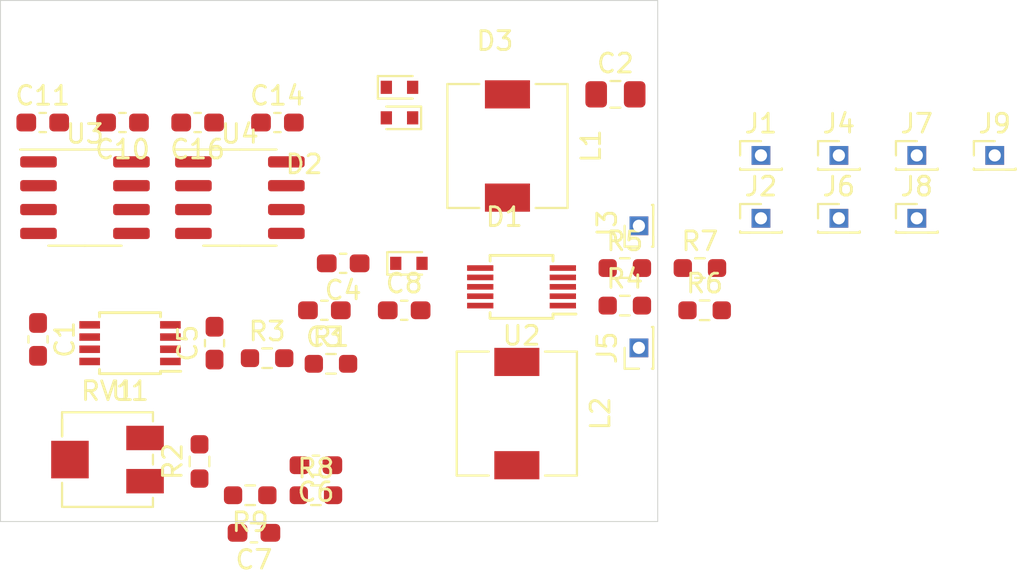
<source format=kicad_pcb>
(kicad_pcb (version 20171130) (host pcbnew "(5.1.7)-1")

  (general
    (thickness 1.6)
    (drawings 4)
    (tracks 0)
    (zones 0)
    (modules 40)
    (nets 19)
  )

  (page A4)
  (layers
    (0 F.Cu signal)
    (31 B.Cu signal)
    (32 B.Adhes user)
    (33 F.Adhes user)
    (34 B.Paste user)
    (35 F.Paste user)
    (36 B.SilkS user)
    (37 F.SilkS user)
    (38 B.Mask user)
    (39 F.Mask user)
    (40 Dwgs.User user)
    (41 Cmts.User user)
    (42 Eco1.User user)
    (43 Eco2.User user)
    (44 Edge.Cuts user)
    (45 Margin user)
    (46 B.CrtYd user)
    (47 F.CrtYd user)
    (48 B.Fab user)
    (49 F.Fab user)
  )

  (setup
    (last_trace_width 0.2)
    (user_trace_width 0.2)
    (user_trace_width 0.25)
    (user_trace_width 0.3)
    (user_trace_width 0.4)
    (user_trace_width 0.5)
    (user_trace_width 0.6)
    (user_trace_width 0.8)
    (user_trace_width 1)
    (user_trace_width 1.2)
    (trace_clearance 0.2)
    (zone_clearance 0.2)
    (zone_45_only no)
    (trace_min 0.2)
    (via_size 0.45)
    (via_drill 0.2)
    (via_min_size 0.45)
    (via_min_drill 0.2)
    (user_via 0.45 0.2)
    (user_via 0.5 0.2)
    (user_via 0.6 0.3)
    (user_via 0.8 0.4)
    (uvia_size 0.3)
    (uvia_drill 0.1)
    (uvias_allowed no)
    (uvia_min_size 0.2)
    (uvia_min_drill 0.1)
    (edge_width 0.05)
    (segment_width 0.2)
    (pcb_text_width 0.3)
    (pcb_text_size 1.5 1.5)
    (mod_edge_width 0.1)
    (mod_text_size 0.5 0.5)
    (mod_text_width 0.08)
    (pad_size 1.524 1.524)
    (pad_drill 0.762)
    (pad_to_mask_clearance 0)
    (aux_axis_origin 0 0)
    (visible_elements 7FFDFFFF)
    (pcbplotparams
      (layerselection 0x010fc_ffffffff)
      (usegerberextensions false)
      (usegerberattributes true)
      (usegerberadvancedattributes true)
      (creategerberjobfile true)
      (excludeedgelayer true)
      (linewidth 0.100000)
      (plotframeref false)
      (viasonmask false)
      (mode 1)
      (useauxorigin false)
      (hpglpennumber 1)
      (hpglpenspeed 20)
      (hpglpendiameter 15.000000)
      (psnegative false)
      (psa4output false)
      (plotreference true)
      (plotvalue true)
      (plotinvisibletext false)
      (padsonsilk false)
      (subtractmaskfromsilk false)
      (outputformat 1)
      (mirror false)
      (drillshape 0)
      (scaleselection 1)
      (outputdirectory "gerber/"))
  )

  (net 0 "")
  (net 1 GND)
  (net 2 VCC_5V)
  (net 3 +15V)
  (net 4 +22V)
  (net 5 -15V)
  (net 6 -20V)
  (net 7 /EN_VEE)
  (net 8 /EN_VDD)
  (net 9 VCOM)
  (net 10 "Net-(C3-Pad2)")
  (net 11 "Net-(D1-Pad2)")
  (net 12 "Net-(R2-Pad1)")
  (net 13 "Net-(RV1-Pad2)")
  (net 14 "Net-(C7-Pad1)")
  (net 15 "Net-(C8-Pad2)")
  (net 16 "Net-(C8-Pad1)")
  (net 17 "Net-(R4-Pad1)")
  (net 18 "Net-(R5-Pad1)")

  (net_class Default "This is the default net class."
    (clearance 0.2)
    (trace_width 0.2)
    (via_dia 0.45)
    (via_drill 0.2)
    (uvia_dia 0.3)
    (uvia_drill 0.1)
    (add_net +15V)
    (add_net +22V)
    (add_net -15V)
    (add_net -20V)
    (add_net /EN_VDD)
    (add_net /EN_VEE)
    (add_net GND)
    (add_net "Net-(C3-Pad2)")
    (add_net "Net-(C7-Pad1)")
    (add_net "Net-(C8-Pad1)")
    (add_net "Net-(C8-Pad2)")
    (add_net "Net-(D1-Pad2)")
    (add_net "Net-(R2-Pad1)")
    (add_net "Net-(R4-Pad1)")
    (add_net "Net-(R5-Pad1)")
    (add_net "Net-(RV1-Pad2)")
    (add_net "Net-(U3-Pad4)")
    (add_net "Net-(U3-Pad5)")
    (add_net "Net-(U4-Pad4)")
    (add_net "Net-(U4-Pad8)")
    (add_net VCC_5V)
    (add_net VCOM)
  )

  (module Connector_PinHeader_1.27mm:PinHeader_1x01_P1.27mm_Vertical (layer F.Cu) (tedit 59FED6E3) (tstamp 5FF7A196)
    (at 164.95 90)
    (descr "Through hole straight pin header, 1x01, 1.27mm pitch, single row")
    (tags "Through hole pin header THT 1x01 1.27mm single row")
    (path /5FFA7610)
    (fp_text reference J9 (at 0 -1.695) (layer F.SilkS)
      (effects (font (size 1 1) (thickness 0.15)))
    )
    (fp_text value Conn_01x01 (at 0 1.695) (layer F.Fab)
      (effects (font (size 1 1) (thickness 0.15)))
    )
    (fp_text user %R (at 0 0 90) (layer F.Fab)
      (effects (font (size 1 1) (thickness 0.15)))
    )
    (fp_line (start -0.525 -0.635) (end 1.05 -0.635) (layer F.Fab) (width 0.1))
    (fp_line (start 1.05 -0.635) (end 1.05 0.635) (layer F.Fab) (width 0.1))
    (fp_line (start 1.05 0.635) (end -1.05 0.635) (layer F.Fab) (width 0.1))
    (fp_line (start -1.05 0.635) (end -1.05 -0.11) (layer F.Fab) (width 0.1))
    (fp_line (start -1.05 -0.11) (end -0.525 -0.635) (layer F.Fab) (width 0.1))
    (fp_line (start -1.11 0.76) (end 1.11 0.76) (layer F.SilkS) (width 0.12))
    (fp_line (start -1.11 0.76) (end -1.11 0.695) (layer F.SilkS) (width 0.12))
    (fp_line (start 1.11 0.76) (end 1.11 0.695) (layer F.SilkS) (width 0.12))
    (fp_line (start -1.11 0.76) (end -0.563471 0.76) (layer F.SilkS) (width 0.12))
    (fp_line (start 0.563471 0.76) (end 1.11 0.76) (layer F.SilkS) (width 0.12))
    (fp_line (start -1.11 0) (end -1.11 -0.76) (layer F.SilkS) (width 0.12))
    (fp_line (start -1.11 -0.76) (end 0 -0.76) (layer F.SilkS) (width 0.12))
    (fp_line (start -1.55 -1.15) (end -1.55 1.15) (layer F.CrtYd) (width 0.05))
    (fp_line (start -1.55 1.15) (end 1.55 1.15) (layer F.CrtYd) (width 0.05))
    (fp_line (start 1.55 1.15) (end 1.55 -1.15) (layer F.CrtYd) (width 0.05))
    (fp_line (start 1.55 -1.15) (end -1.55 -1.15) (layer F.CrtYd) (width 0.05))
    (pad 1 thru_hole rect (at 0 0) (size 1 1) (drill 0.65) (layers *.Cu *.Mask)
      (net 5 -15V))
    (model ${KISYS3DMOD}/Connector_PinHeader_1.27mm.3dshapes/PinHeader_1x01_P1.27mm_Vertical.wrl
      (at (xyz 0 0 0))
      (scale (xyz 1 1 1))
      (rotate (xyz 0 0 0))
    )
  )

  (module Connector_PinHeader_1.27mm:PinHeader_1x01_P1.27mm_Vertical (layer F.Cu) (tedit 59FED6E3) (tstamp 5FF7A180)
    (at 160.8 93.35)
    (descr "Through hole straight pin header, 1x01, 1.27mm pitch, single row")
    (tags "Through hole pin header THT 1x01 1.27mm single row")
    (path /5FFA72DD)
    (fp_text reference J8 (at 0 -1.695) (layer F.SilkS)
      (effects (font (size 1 1) (thickness 0.15)))
    )
    (fp_text value Conn_01x01 (at 0 1.695) (layer F.Fab)
      (effects (font (size 1 1) (thickness 0.15)))
    )
    (fp_text user %R (at 0 0 90) (layer F.Fab)
      (effects (font (size 1 1) (thickness 0.15)))
    )
    (fp_line (start -0.525 -0.635) (end 1.05 -0.635) (layer F.Fab) (width 0.1))
    (fp_line (start 1.05 -0.635) (end 1.05 0.635) (layer F.Fab) (width 0.1))
    (fp_line (start 1.05 0.635) (end -1.05 0.635) (layer F.Fab) (width 0.1))
    (fp_line (start -1.05 0.635) (end -1.05 -0.11) (layer F.Fab) (width 0.1))
    (fp_line (start -1.05 -0.11) (end -0.525 -0.635) (layer F.Fab) (width 0.1))
    (fp_line (start -1.11 0.76) (end 1.11 0.76) (layer F.SilkS) (width 0.12))
    (fp_line (start -1.11 0.76) (end -1.11 0.695) (layer F.SilkS) (width 0.12))
    (fp_line (start 1.11 0.76) (end 1.11 0.695) (layer F.SilkS) (width 0.12))
    (fp_line (start -1.11 0.76) (end -0.563471 0.76) (layer F.SilkS) (width 0.12))
    (fp_line (start 0.563471 0.76) (end 1.11 0.76) (layer F.SilkS) (width 0.12))
    (fp_line (start -1.11 0) (end -1.11 -0.76) (layer F.SilkS) (width 0.12))
    (fp_line (start -1.11 -0.76) (end 0 -0.76) (layer F.SilkS) (width 0.12))
    (fp_line (start -1.55 -1.15) (end -1.55 1.15) (layer F.CrtYd) (width 0.05))
    (fp_line (start -1.55 1.15) (end 1.55 1.15) (layer F.CrtYd) (width 0.05))
    (fp_line (start 1.55 1.15) (end 1.55 -1.15) (layer F.CrtYd) (width 0.05))
    (fp_line (start 1.55 -1.15) (end -1.55 -1.15) (layer F.CrtYd) (width 0.05))
    (pad 1 thru_hole rect (at 0 0) (size 1 1) (drill 0.65) (layers *.Cu *.Mask)
      (net 3 +15V))
    (model ${KISYS3DMOD}/Connector_PinHeader_1.27mm.3dshapes/PinHeader_1x01_P1.27mm_Vertical.wrl
      (at (xyz 0 0 0))
      (scale (xyz 1 1 1))
      (rotate (xyz 0 0 0))
    )
  )

  (module Connector_PinHeader_1.27mm:PinHeader_1x01_P1.27mm_Vertical (layer F.Cu) (tedit 59FED6E3) (tstamp 5FF7A16A)
    (at 160.8 90)
    (descr "Through hole straight pin header, 1x01, 1.27mm pitch, single row")
    (tags "Through hole pin header THT 1x01 1.27mm single row")
    (path /5FFA71A6)
    (fp_text reference J7 (at 0 -1.695) (layer F.SilkS)
      (effects (font (size 1 1) (thickness 0.15)))
    )
    (fp_text value Conn_01x01 (at 0 1.695) (layer F.Fab)
      (effects (font (size 1 1) (thickness 0.15)))
    )
    (fp_text user %R (at 0 0 90) (layer F.Fab)
      (effects (font (size 1 1) (thickness 0.15)))
    )
    (fp_line (start -0.525 -0.635) (end 1.05 -0.635) (layer F.Fab) (width 0.1))
    (fp_line (start 1.05 -0.635) (end 1.05 0.635) (layer F.Fab) (width 0.1))
    (fp_line (start 1.05 0.635) (end -1.05 0.635) (layer F.Fab) (width 0.1))
    (fp_line (start -1.05 0.635) (end -1.05 -0.11) (layer F.Fab) (width 0.1))
    (fp_line (start -1.05 -0.11) (end -0.525 -0.635) (layer F.Fab) (width 0.1))
    (fp_line (start -1.11 0.76) (end 1.11 0.76) (layer F.SilkS) (width 0.12))
    (fp_line (start -1.11 0.76) (end -1.11 0.695) (layer F.SilkS) (width 0.12))
    (fp_line (start 1.11 0.76) (end 1.11 0.695) (layer F.SilkS) (width 0.12))
    (fp_line (start -1.11 0.76) (end -0.563471 0.76) (layer F.SilkS) (width 0.12))
    (fp_line (start 0.563471 0.76) (end 1.11 0.76) (layer F.SilkS) (width 0.12))
    (fp_line (start -1.11 0) (end -1.11 -0.76) (layer F.SilkS) (width 0.12))
    (fp_line (start -1.11 -0.76) (end 0 -0.76) (layer F.SilkS) (width 0.12))
    (fp_line (start -1.55 -1.15) (end -1.55 1.15) (layer F.CrtYd) (width 0.05))
    (fp_line (start -1.55 1.15) (end 1.55 1.15) (layer F.CrtYd) (width 0.05))
    (fp_line (start 1.55 1.15) (end 1.55 -1.15) (layer F.CrtYd) (width 0.05))
    (fp_line (start 1.55 -1.15) (end -1.55 -1.15) (layer F.CrtYd) (width 0.05))
    (pad 1 thru_hole rect (at 0 0) (size 1 1) (drill 0.65) (layers *.Cu *.Mask)
      (net 9 VCOM))
    (model ${KISYS3DMOD}/Connector_PinHeader_1.27mm.3dshapes/PinHeader_1x01_P1.27mm_Vertical.wrl
      (at (xyz 0 0 0))
      (scale (xyz 1 1 1))
      (rotate (xyz 0 0 0))
    )
  )

  (module Connector_PinHeader_1.27mm:PinHeader_1x01_P1.27mm_Vertical (layer F.Cu) (tedit 59FED6E3) (tstamp 5FF7A154)
    (at 156.65 93.35)
    (descr "Through hole straight pin header, 1x01, 1.27mm pitch, single row")
    (tags "Through hole pin header THT 1x01 1.27mm single row")
    (path /5FFA6C16)
    (fp_text reference J6 (at 0 -1.695) (layer F.SilkS)
      (effects (font (size 1 1) (thickness 0.15)))
    )
    (fp_text value Conn_01x01 (at 0 1.695) (layer F.Fab)
      (effects (font (size 1 1) (thickness 0.15)))
    )
    (fp_text user %R (at 0 0 90) (layer F.Fab)
      (effects (font (size 1 1) (thickness 0.15)))
    )
    (fp_line (start -0.525 -0.635) (end 1.05 -0.635) (layer F.Fab) (width 0.1))
    (fp_line (start 1.05 -0.635) (end 1.05 0.635) (layer F.Fab) (width 0.1))
    (fp_line (start 1.05 0.635) (end -1.05 0.635) (layer F.Fab) (width 0.1))
    (fp_line (start -1.05 0.635) (end -1.05 -0.11) (layer F.Fab) (width 0.1))
    (fp_line (start -1.05 -0.11) (end -0.525 -0.635) (layer F.Fab) (width 0.1))
    (fp_line (start -1.11 0.76) (end 1.11 0.76) (layer F.SilkS) (width 0.12))
    (fp_line (start -1.11 0.76) (end -1.11 0.695) (layer F.SilkS) (width 0.12))
    (fp_line (start 1.11 0.76) (end 1.11 0.695) (layer F.SilkS) (width 0.12))
    (fp_line (start -1.11 0.76) (end -0.563471 0.76) (layer F.SilkS) (width 0.12))
    (fp_line (start 0.563471 0.76) (end 1.11 0.76) (layer F.SilkS) (width 0.12))
    (fp_line (start -1.11 0) (end -1.11 -0.76) (layer F.SilkS) (width 0.12))
    (fp_line (start -1.11 -0.76) (end 0 -0.76) (layer F.SilkS) (width 0.12))
    (fp_line (start -1.55 -1.15) (end -1.55 1.15) (layer F.CrtYd) (width 0.05))
    (fp_line (start -1.55 1.15) (end 1.55 1.15) (layer F.CrtYd) (width 0.05))
    (fp_line (start 1.55 1.15) (end 1.55 -1.15) (layer F.CrtYd) (width 0.05))
    (fp_line (start 1.55 -1.15) (end -1.55 -1.15) (layer F.CrtYd) (width 0.05))
    (pad 1 thru_hole rect (at 0 0) (size 1 1) (drill 0.65) (layers *.Cu *.Mask)
      (net 1 GND))
    (model ${KISYS3DMOD}/Connector_PinHeader_1.27mm.3dshapes/PinHeader_1x01_P1.27mm_Vertical.wrl
      (at (xyz 0 0 0))
      (scale (xyz 1 1 1))
      (rotate (xyz 0 0 0))
    )
  )

  (module Connector_PinHeader_1.27mm:PinHeader_1x01_P1.27mm_Vertical (layer F.Cu) (tedit 59FED6E3) (tstamp 5FF7A114)
    (at 156.65 90)
    (descr "Through hole straight pin header, 1x01, 1.27mm pitch, single row")
    (tags "Through hole pin header THT 1x01 1.27mm single row")
    (path /5FFA7080)
    (fp_text reference J4 (at 0 -1.695) (layer F.SilkS)
      (effects (font (size 1 1) (thickness 0.15)))
    )
    (fp_text value Conn_01x01 (at 0 1.695) (layer F.Fab)
      (effects (font (size 1 1) (thickness 0.15)))
    )
    (fp_text user %R (at 0 0 90) (layer F.Fab)
      (effects (font (size 1 1) (thickness 0.15)))
    )
    (fp_line (start -0.525 -0.635) (end 1.05 -0.635) (layer F.Fab) (width 0.1))
    (fp_line (start 1.05 -0.635) (end 1.05 0.635) (layer F.Fab) (width 0.1))
    (fp_line (start 1.05 0.635) (end -1.05 0.635) (layer F.Fab) (width 0.1))
    (fp_line (start -1.05 0.635) (end -1.05 -0.11) (layer F.Fab) (width 0.1))
    (fp_line (start -1.05 -0.11) (end -0.525 -0.635) (layer F.Fab) (width 0.1))
    (fp_line (start -1.11 0.76) (end 1.11 0.76) (layer F.SilkS) (width 0.12))
    (fp_line (start -1.11 0.76) (end -1.11 0.695) (layer F.SilkS) (width 0.12))
    (fp_line (start 1.11 0.76) (end 1.11 0.695) (layer F.SilkS) (width 0.12))
    (fp_line (start -1.11 0.76) (end -0.563471 0.76) (layer F.SilkS) (width 0.12))
    (fp_line (start 0.563471 0.76) (end 1.11 0.76) (layer F.SilkS) (width 0.12))
    (fp_line (start -1.11 0) (end -1.11 -0.76) (layer F.SilkS) (width 0.12))
    (fp_line (start -1.11 -0.76) (end 0 -0.76) (layer F.SilkS) (width 0.12))
    (fp_line (start -1.55 -1.15) (end -1.55 1.15) (layer F.CrtYd) (width 0.05))
    (fp_line (start -1.55 1.15) (end 1.55 1.15) (layer F.CrtYd) (width 0.05))
    (fp_line (start 1.55 1.15) (end 1.55 -1.15) (layer F.CrtYd) (width 0.05))
    (fp_line (start 1.55 -1.15) (end -1.55 -1.15) (layer F.CrtYd) (width 0.05))
    (pad 1 thru_hole rect (at 0 0) (size 1 1) (drill 0.65) (layers *.Cu *.Mask)
      (net 6 -20V))
    (model ${KISYS3DMOD}/Connector_PinHeader_1.27mm.3dshapes/PinHeader_1x01_P1.27mm_Vertical.wrl
      (at (xyz 0 0 0))
      (scale (xyz 1 1 1))
      (rotate (xyz 0 0 0))
    )
  )

  (module Connector_PinHeader_1.27mm:PinHeader_1x01_P1.27mm_Vertical (layer F.Cu) (tedit 59FED6E3) (tstamp 5FF7A0D4)
    (at 152.5 93.35)
    (descr "Through hole straight pin header, 1x01, 1.27mm pitch, single row")
    (tags "Through hole pin header THT 1x01 1.27mm single row")
    (path /5FFA6977)
    (fp_text reference J2 (at 0 -1.695) (layer F.SilkS)
      (effects (font (size 1 1) (thickness 0.15)))
    )
    (fp_text value Conn_01x01 (at 0 1.695) (layer F.Fab)
      (effects (font (size 1 1) (thickness 0.15)))
    )
    (fp_text user %R (at 0 0 90) (layer F.Fab)
      (effects (font (size 1 1) (thickness 0.15)))
    )
    (fp_line (start -0.525 -0.635) (end 1.05 -0.635) (layer F.Fab) (width 0.1))
    (fp_line (start 1.05 -0.635) (end 1.05 0.635) (layer F.Fab) (width 0.1))
    (fp_line (start 1.05 0.635) (end -1.05 0.635) (layer F.Fab) (width 0.1))
    (fp_line (start -1.05 0.635) (end -1.05 -0.11) (layer F.Fab) (width 0.1))
    (fp_line (start -1.05 -0.11) (end -0.525 -0.635) (layer F.Fab) (width 0.1))
    (fp_line (start -1.11 0.76) (end 1.11 0.76) (layer F.SilkS) (width 0.12))
    (fp_line (start -1.11 0.76) (end -1.11 0.695) (layer F.SilkS) (width 0.12))
    (fp_line (start 1.11 0.76) (end 1.11 0.695) (layer F.SilkS) (width 0.12))
    (fp_line (start -1.11 0.76) (end -0.563471 0.76) (layer F.SilkS) (width 0.12))
    (fp_line (start 0.563471 0.76) (end 1.11 0.76) (layer F.SilkS) (width 0.12))
    (fp_line (start -1.11 0) (end -1.11 -0.76) (layer F.SilkS) (width 0.12))
    (fp_line (start -1.11 -0.76) (end 0 -0.76) (layer F.SilkS) (width 0.12))
    (fp_line (start -1.55 -1.15) (end -1.55 1.15) (layer F.CrtYd) (width 0.05))
    (fp_line (start -1.55 1.15) (end 1.55 1.15) (layer F.CrtYd) (width 0.05))
    (fp_line (start 1.55 1.15) (end 1.55 -1.15) (layer F.CrtYd) (width 0.05))
    (fp_line (start 1.55 -1.15) (end -1.55 -1.15) (layer F.CrtYd) (width 0.05))
    (pad 1 thru_hole rect (at 0 0) (size 1 1) (drill 0.65) (layers *.Cu *.Mask)
      (net 2 VCC_5V))
    (model ${KISYS3DMOD}/Connector_PinHeader_1.27mm.3dshapes/PinHeader_1x01_P1.27mm_Vertical.wrl
      (at (xyz 0 0 0))
      (scale (xyz 1 1 1))
      (rotate (xyz 0 0 0))
    )
  )

  (module Connector_PinHeader_1.27mm:PinHeader_1x01_P1.27mm_Vertical (layer F.Cu) (tedit 59FED6E3) (tstamp 5FF7A0BE)
    (at 152.5 90)
    (descr "Through hole straight pin header, 1x01, 1.27mm pitch, single row")
    (tags "Through hole pin header THT 1x01 1.27mm single row")
    (path /5FFA6D42)
    (fp_text reference J1 (at 0 -1.695) (layer F.SilkS)
      (effects (font (size 1 1) (thickness 0.15)))
    )
    (fp_text value Conn_01x01 (at 0 1.695) (layer F.Fab)
      (effects (font (size 1 1) (thickness 0.15)))
    )
    (fp_text user %R (at 0 0 90) (layer F.Fab)
      (effects (font (size 1 1) (thickness 0.15)))
    )
    (fp_line (start -0.525 -0.635) (end 1.05 -0.635) (layer F.Fab) (width 0.1))
    (fp_line (start 1.05 -0.635) (end 1.05 0.635) (layer F.Fab) (width 0.1))
    (fp_line (start 1.05 0.635) (end -1.05 0.635) (layer F.Fab) (width 0.1))
    (fp_line (start -1.05 0.635) (end -1.05 -0.11) (layer F.Fab) (width 0.1))
    (fp_line (start -1.05 -0.11) (end -0.525 -0.635) (layer F.Fab) (width 0.1))
    (fp_line (start -1.11 0.76) (end 1.11 0.76) (layer F.SilkS) (width 0.12))
    (fp_line (start -1.11 0.76) (end -1.11 0.695) (layer F.SilkS) (width 0.12))
    (fp_line (start 1.11 0.76) (end 1.11 0.695) (layer F.SilkS) (width 0.12))
    (fp_line (start -1.11 0.76) (end -0.563471 0.76) (layer F.SilkS) (width 0.12))
    (fp_line (start 0.563471 0.76) (end 1.11 0.76) (layer F.SilkS) (width 0.12))
    (fp_line (start -1.11 0) (end -1.11 -0.76) (layer F.SilkS) (width 0.12))
    (fp_line (start -1.11 -0.76) (end 0 -0.76) (layer F.SilkS) (width 0.12))
    (fp_line (start -1.55 -1.15) (end -1.55 1.15) (layer F.CrtYd) (width 0.05))
    (fp_line (start -1.55 1.15) (end 1.55 1.15) (layer F.CrtYd) (width 0.05))
    (fp_line (start 1.55 1.15) (end 1.55 -1.15) (layer F.CrtYd) (width 0.05))
    (fp_line (start 1.55 -1.15) (end -1.55 -1.15) (layer F.CrtYd) (width 0.05))
    (pad 1 thru_hole rect (at 0 0) (size 1 1) (drill 0.65) (layers *.Cu *.Mask)
      (net 4 +22V))
    (model ${KISYS3DMOD}/Connector_PinHeader_1.27mm.3dshapes/PinHeader_1x01_P1.27mm_Vertical.wrl
      (at (xyz 0 0 0))
      (scale (xyz 1 1 1))
      (rotate (xyz 0 0 0))
    )
  )

  (module Connector_PinHeader_1.27mm:PinHeader_1x01_P1.27mm_Vertical (layer F.Cu) (tedit 59FED6E3) (tstamp 5FF52109)
    (at 146 100.25 90)
    (descr "Through hole straight pin header, 1x01, 1.27mm pitch, single row")
    (tags "Through hole pin header THT 1x01 1.27mm single row")
    (path /600B3C30)
    (fp_text reference J5 (at 0 -1.695 90) (layer F.SilkS)
      (effects (font (size 1 1) (thickness 0.15)))
    )
    (fp_text value Conn_01x01 (at 0 1.695 90) (layer F.Fab)
      (effects (font (size 1 1) (thickness 0.15)))
    )
    (fp_line (start 1.55 -1.15) (end -1.55 -1.15) (layer F.CrtYd) (width 0.05))
    (fp_line (start 1.55 1.15) (end 1.55 -1.15) (layer F.CrtYd) (width 0.05))
    (fp_line (start -1.55 1.15) (end 1.55 1.15) (layer F.CrtYd) (width 0.05))
    (fp_line (start -1.55 -1.15) (end -1.55 1.15) (layer F.CrtYd) (width 0.05))
    (fp_line (start -1.11 -0.76) (end 0 -0.76) (layer F.SilkS) (width 0.12))
    (fp_line (start -1.11 0) (end -1.11 -0.76) (layer F.SilkS) (width 0.12))
    (fp_line (start 0.563471 0.76) (end 1.11 0.76) (layer F.SilkS) (width 0.12))
    (fp_line (start -1.11 0.76) (end -0.563471 0.76) (layer F.SilkS) (width 0.12))
    (fp_line (start 1.11 0.76) (end 1.11 0.695) (layer F.SilkS) (width 0.12))
    (fp_line (start -1.11 0.76) (end -1.11 0.695) (layer F.SilkS) (width 0.12))
    (fp_line (start -1.11 0.76) (end 1.11 0.76) (layer F.SilkS) (width 0.12))
    (fp_line (start -1.05 -0.11) (end -0.525 -0.635) (layer F.Fab) (width 0.1))
    (fp_line (start -1.05 0.635) (end -1.05 -0.11) (layer F.Fab) (width 0.1))
    (fp_line (start 1.05 0.635) (end -1.05 0.635) (layer F.Fab) (width 0.1))
    (fp_line (start 1.05 -0.635) (end 1.05 0.635) (layer F.Fab) (width 0.1))
    (fp_line (start -0.525 -0.635) (end 1.05 -0.635) (layer F.Fab) (width 0.1))
    (fp_text user %R (at 0 0) (layer F.Fab)
      (effects (font (size 1 1) (thickness 0.15)))
    )
    (pad 1 thru_hole rect (at 0 0 90) (size 1 1) (drill 0.65) (layers *.Cu *.Mask)
      (net 7 /EN_VEE))
    (model ${KISYS3DMOD}/Connector_PinHeader_1.27mm.3dshapes/PinHeader_1x01_P1.27mm_Vertical.wrl
      (at (xyz 0 0 0))
      (scale (xyz 1 1 1))
      (rotate (xyz 0 0 0))
    )
  )

  (module Connector_PinHeader_1.27mm:PinHeader_1x01_P1.27mm_Vertical (layer F.Cu) (tedit 59FED6E3) (tstamp 5FF520DC)
    (at 146 93.75 90)
    (descr "Through hole straight pin header, 1x01, 1.27mm pitch, single row")
    (tags "Through hole pin header THT 1x01 1.27mm single row")
    (path /600B366C)
    (fp_text reference J3 (at 0 -1.695 90) (layer F.SilkS)
      (effects (font (size 1 1) (thickness 0.15)))
    )
    (fp_text value Conn_01x01 (at 0 1.695 90) (layer F.Fab)
      (effects (font (size 1 1) (thickness 0.15)))
    )
    (fp_line (start 1.55 -1.15) (end -1.55 -1.15) (layer F.CrtYd) (width 0.05))
    (fp_line (start 1.55 1.15) (end 1.55 -1.15) (layer F.CrtYd) (width 0.05))
    (fp_line (start -1.55 1.15) (end 1.55 1.15) (layer F.CrtYd) (width 0.05))
    (fp_line (start -1.55 -1.15) (end -1.55 1.15) (layer F.CrtYd) (width 0.05))
    (fp_line (start -1.11 -0.76) (end 0 -0.76) (layer F.SilkS) (width 0.12))
    (fp_line (start -1.11 0) (end -1.11 -0.76) (layer F.SilkS) (width 0.12))
    (fp_line (start 0.563471 0.76) (end 1.11 0.76) (layer F.SilkS) (width 0.12))
    (fp_line (start -1.11 0.76) (end -0.563471 0.76) (layer F.SilkS) (width 0.12))
    (fp_line (start 1.11 0.76) (end 1.11 0.695) (layer F.SilkS) (width 0.12))
    (fp_line (start -1.11 0.76) (end -1.11 0.695) (layer F.SilkS) (width 0.12))
    (fp_line (start -1.11 0.76) (end 1.11 0.76) (layer F.SilkS) (width 0.12))
    (fp_line (start -1.05 -0.11) (end -0.525 -0.635) (layer F.Fab) (width 0.1))
    (fp_line (start -1.05 0.635) (end -1.05 -0.11) (layer F.Fab) (width 0.1))
    (fp_line (start 1.05 0.635) (end -1.05 0.635) (layer F.Fab) (width 0.1))
    (fp_line (start 1.05 -0.635) (end 1.05 0.635) (layer F.Fab) (width 0.1))
    (fp_line (start -0.525 -0.635) (end 1.05 -0.635) (layer F.Fab) (width 0.1))
    (fp_text user %R (at 0 0) (layer F.Fab)
      (effects (font (size 1 1) (thickness 0.15)))
    )
    (pad 1 thru_hole rect (at 0 0 90) (size 1 1) (drill 0.65) (layers *.Cu *.Mask)
      (net 8 /EN_VDD))
    (model ${KISYS3DMOD}/Connector_PinHeader_1.27mm.3dshapes/PinHeader_1x01_P1.27mm_Vertical.wrl
      (at (xyz 0 0 0))
      (scale (xyz 1 1 1))
      (rotate (xyz 0 0 0))
    )
  )

  (module Potentiometer_SMD:Potentiometer_Bourns_3214J_Horizontal (layer F.Cu) (tedit 5A3D7171) (tstamp 5FF45CFF)
    (at 117.7 106.2)
    (descr "Potentiometer, horizontal, Bourns 3214J, https://www.bourns.com/docs/Product-Datasheets/3214.pdf")
    (tags "Potentiometer horizontal Bourns 3214J")
    (path /601FF177)
    (attr smd)
    (fp_text reference RV1 (at 0 -3.65) (layer F.SilkS)
      (effects (font (size 1 1) (thickness 0.15)))
    )
    (fp_text value 100K (at 0 3.65) (layer F.Fab)
      (effects (font (size 1 1) (thickness 0.15)))
    )
    (fp_line (start -2.3 -2.4) (end -2.3 2.4) (layer F.Fab) (width 0.1))
    (fp_line (start -2.3 2.4) (end 2.3 2.4) (layer F.Fab) (width 0.1))
    (fp_line (start 2.3 2.4) (end 2.3 -2.4) (layer F.Fab) (width 0.1))
    (fp_line (start 2.3 -2.4) (end -2.3 -2.4) (layer F.Fab) (width 0.1))
    (fp_line (start -2.3 -2.02) (end -2.3 -0.24) (layer F.Fab) (width 0.1))
    (fp_line (start -2.3 -0.24) (end -2.3 -0.24) (layer F.Fab) (width 0.1))
    (fp_line (start -2.3 -0.24) (end -2.3 -2.02) (layer F.Fab) (width 0.1))
    (fp_line (start -2.3 -2.02) (end -2.3 -2.02) (layer F.Fab) (width 0.1))
    (fp_line (start -2.3 -1.13) (end -2.3 -1.13) (layer F.Fab) (width 0.1))
    (fp_line (start -2.42 -2.52) (end 2.42 -2.52) (layer F.SilkS) (width 0.12))
    (fp_line (start -2.42 2.52) (end 2.42 2.52) (layer F.SilkS) (width 0.12))
    (fp_line (start -2.42 -2.52) (end -2.42 -1.24) (layer F.SilkS) (width 0.12))
    (fp_line (start -2.42 1.24) (end -2.42 2.52) (layer F.SilkS) (width 0.12))
    (fp_line (start 2.42 -2.52) (end 2.42 -2.04) (layer F.SilkS) (width 0.12))
    (fp_line (start 2.42 -0.26) (end 2.42 0.26) (layer F.SilkS) (width 0.12))
    (fp_line (start 2.42 2.04) (end 2.42 2.52) (layer F.SilkS) (width 0.12))
    (fp_line (start -2.42 -2.14) (end -2.42 -2.14) (layer F.SilkS) (width 0.12))
    (fp_line (start -2.42 -2.14) (end -2.42 -1.24) (layer F.SilkS) (width 0.12))
    (fp_line (start -2.42 -2.14) (end -2.42 -1.24) (layer F.SilkS) (width 0.12))
    (fp_line (start -3.25 -2.65) (end -3.25 2.65) (layer F.CrtYd) (width 0.05))
    (fp_line (start -3.25 2.65) (end 3.25 2.65) (layer F.CrtYd) (width 0.05))
    (fp_line (start 3.25 2.65) (end 3.25 -2.65) (layer F.CrtYd) (width 0.05))
    (fp_line (start 3.25 -2.65) (end -3.25 -2.65) (layer F.CrtYd) (width 0.05))
    (fp_text user %R (at 0 0) (layer F.Fab)
      (effects (font (size 1 1) (thickness 0.15)))
    )
    (pad 3 smd rect (at 2 1.15) (size 2 1.3) (layers F.Cu F.Paste F.Mask)
      (net 12 "Net-(R2-Pad1)"))
    (pad 2 smd rect (at -2 0) (size 2 2) (layers F.Cu F.Paste F.Mask)
      (net 13 "Net-(RV1-Pad2)"))
    (pad 1 smd rect (at 2 -1.15) (size 2 1.3) (layers F.Cu F.Paste F.Mask)
      (net 1 GND))
    (model ${KISYS3DMOD}/Potentiometer_SMD.3dshapes/Potentiometer_Bourns_3214J_Horizontal.wrl
      (at (xyz 0 0 0))
      (scale (xyz 1 1 1))
      (rotate (xyz 0 0 0))
    )
  )

  (module Resistor_SMD:R_0603_1608Metric_Pad0.98x0.95mm_HandSolder (layer F.Cu) (tedit 5F68FEEE) (tstamp 5FF45CE8)
    (at 122.6 106.3 90)
    (descr "Resistor SMD 0603 (1608 Metric), square (rectangular) end terminal, IPC_7351 nominal with elongated pad for handsoldering. (Body size source: IPC-SM-782 page 72, https://www.pcb-3d.com/wordpress/wp-content/uploads/ipc-sm-782a_amendment_1_and_2.pdf), generated with kicad-footprint-generator")
    (tags "resistor handsolder")
    (path /60206746)
    (attr smd)
    (fp_text reference R2 (at 0 -1.43 90) (layer F.SilkS)
      (effects (font (size 1 1) (thickness 0.15)))
    )
    (fp_text value 200K (at 0 1.43 90) (layer F.Fab)
      (effects (font (size 1 1) (thickness 0.15)))
    )
    (fp_line (start -0.8 0.4125) (end -0.8 -0.4125) (layer F.Fab) (width 0.1))
    (fp_line (start -0.8 -0.4125) (end 0.8 -0.4125) (layer F.Fab) (width 0.1))
    (fp_line (start 0.8 -0.4125) (end 0.8 0.4125) (layer F.Fab) (width 0.1))
    (fp_line (start 0.8 0.4125) (end -0.8 0.4125) (layer F.Fab) (width 0.1))
    (fp_line (start -0.254724 -0.5225) (end 0.254724 -0.5225) (layer F.SilkS) (width 0.12))
    (fp_line (start -0.254724 0.5225) (end 0.254724 0.5225) (layer F.SilkS) (width 0.12))
    (fp_line (start -1.65 0.73) (end -1.65 -0.73) (layer F.CrtYd) (width 0.05))
    (fp_line (start -1.65 -0.73) (end 1.65 -0.73) (layer F.CrtYd) (width 0.05))
    (fp_line (start 1.65 -0.73) (end 1.65 0.73) (layer F.CrtYd) (width 0.05))
    (fp_line (start 1.65 0.73) (end -1.65 0.73) (layer F.CrtYd) (width 0.05))
    (fp_text user %R (at 0 0 90) (layer F.Fab)
      (effects (font (size 0.4 0.4) (thickness 0.06)))
    )
    (pad 2 smd roundrect (at 0.9125 0 90) (size 0.975 0.95) (layers F.Cu F.Paste F.Mask) (roundrect_rratio 0.25)
      (net 5 -15V))
    (pad 1 smd roundrect (at -0.9125 0 90) (size 0.975 0.95) (layers F.Cu F.Paste F.Mask) (roundrect_rratio 0.25)
      (net 12 "Net-(R2-Pad1)"))
    (model ${KISYS3DMOD}/Resistor_SMD.3dshapes/R_0603_1608Metric.wrl
      (at (xyz 0 0 0))
      (scale (xyz 1 1 1))
      (rotate (xyz 0 0 0))
    )
  )

  (module Resistor_SMD:R_0603_1608Metric_Pad0.98x0.95mm_HandSolder (layer F.Cu) (tedit 5F68FEEE) (tstamp 5FF45CD7)
    (at 125.3 108.1 180)
    (descr "Resistor SMD 0603 (1608 Metric), square (rectangular) end terminal, IPC_7351 nominal with elongated pad for handsoldering. (Body size source: IPC-SM-782 page 72, https://www.pcb-3d.com/wordpress/wp-content/uploads/ipc-sm-782a_amendment_1_and_2.pdf), generated with kicad-footprint-generator")
    (tags "resistor handsolder")
    (path /6000B81B)
    (attr smd)
    (fp_text reference R9 (at 0 -1.43) (layer F.SilkS)
      (effects (font (size 1 1) (thickness 0.15)))
    )
    (fp_text value 560K (at 0 1.43) (layer F.Fab)
      (effects (font (size 1 1) (thickness 0.15)))
    )
    (fp_line (start -0.8 0.4125) (end -0.8 -0.4125) (layer F.Fab) (width 0.1))
    (fp_line (start -0.8 -0.4125) (end 0.8 -0.4125) (layer F.Fab) (width 0.1))
    (fp_line (start 0.8 -0.4125) (end 0.8 0.4125) (layer F.Fab) (width 0.1))
    (fp_line (start 0.8 0.4125) (end -0.8 0.4125) (layer F.Fab) (width 0.1))
    (fp_line (start -0.254724 -0.5225) (end 0.254724 -0.5225) (layer F.SilkS) (width 0.12))
    (fp_line (start -0.254724 0.5225) (end 0.254724 0.5225) (layer F.SilkS) (width 0.12))
    (fp_line (start -1.65 0.73) (end -1.65 -0.73) (layer F.CrtYd) (width 0.05))
    (fp_line (start -1.65 -0.73) (end 1.65 -0.73) (layer F.CrtYd) (width 0.05))
    (fp_line (start 1.65 -0.73) (end 1.65 0.73) (layer F.CrtYd) (width 0.05))
    (fp_line (start 1.65 0.73) (end -1.65 0.73) (layer F.CrtYd) (width 0.05))
    (fp_text user %R (at 0 0) (layer F.Fab)
      (effects (font (size 0.4 0.4) (thickness 0.06)))
    )
    (pad 2 smd roundrect (at 0.9125 0 180) (size 0.975 0.95) (layers F.Cu F.Paste F.Mask) (roundrect_rratio 0.25)
      (net 6 -20V))
    (pad 1 smd roundrect (at -0.9125 0 180) (size 0.975 0.95) (layers F.Cu F.Paste F.Mask) (roundrect_rratio 0.25)
      (net 14 "Net-(C7-Pad1)"))
    (model ${KISYS3DMOD}/Resistor_SMD.3dshapes/R_0603_1608Metric.wrl
      (at (xyz 0 0 0))
      (scale (xyz 1 1 1))
      (rotate (xyz 0 0 0))
    )
  )

  (module Resistor_SMD:R_0603_1608Metric_Pad0.98x0.95mm_HandSolder (layer F.Cu) (tedit 5F68FEEE) (tstamp 5FF45CC6)
    (at 128.8 108.1)
    (descr "Resistor SMD 0603 (1608 Metric), square (rectangular) end terminal, IPC_7351 nominal with elongated pad for handsoldering. (Body size source: IPC-SM-782 page 72, https://www.pcb-3d.com/wordpress/wp-content/uploads/ipc-sm-782a_amendment_1_and_2.pdf), generated with kicad-footprint-generator")
    (tags "resistor handsolder")
    (path /6000B821)
    (attr smd)
    (fp_text reference R8 (at 0 -1.43) (layer F.SilkS)
      (effects (font (size 1 1) (thickness 0.15)))
    )
    (fp_text value 39K (at 0 1.43) (layer F.Fab)
      (effects (font (size 1 1) (thickness 0.15)))
    )
    (fp_line (start -0.8 0.4125) (end -0.8 -0.4125) (layer F.Fab) (width 0.1))
    (fp_line (start -0.8 -0.4125) (end 0.8 -0.4125) (layer F.Fab) (width 0.1))
    (fp_line (start 0.8 -0.4125) (end 0.8 0.4125) (layer F.Fab) (width 0.1))
    (fp_line (start 0.8 0.4125) (end -0.8 0.4125) (layer F.Fab) (width 0.1))
    (fp_line (start -0.254724 -0.5225) (end 0.254724 -0.5225) (layer F.SilkS) (width 0.12))
    (fp_line (start -0.254724 0.5225) (end 0.254724 0.5225) (layer F.SilkS) (width 0.12))
    (fp_line (start -1.65 0.73) (end -1.65 -0.73) (layer F.CrtYd) (width 0.05))
    (fp_line (start -1.65 -0.73) (end 1.65 -0.73) (layer F.CrtYd) (width 0.05))
    (fp_line (start 1.65 -0.73) (end 1.65 0.73) (layer F.CrtYd) (width 0.05))
    (fp_line (start 1.65 0.73) (end -1.65 0.73) (layer F.CrtYd) (width 0.05))
    (fp_text user %R (at 0 0) (layer F.Fab)
      (effects (font (size 0.4 0.4) (thickness 0.06)))
    )
    (pad 2 smd roundrect (at 0.9125 0) (size 0.975 0.95) (layers F.Cu F.Paste F.Mask) (roundrect_rratio 0.25)
      (net 1 GND))
    (pad 1 smd roundrect (at -0.9125 0) (size 0.975 0.95) (layers F.Cu F.Paste F.Mask) (roundrect_rratio 0.25)
      (net 14 "Net-(C7-Pad1)"))
    (model ${KISYS3DMOD}/Resistor_SMD.3dshapes/R_0603_1608Metric.wrl
      (at (xyz 0 0 0))
      (scale (xyz 1 1 1))
      (rotate (xyz 0 0 0))
    )
  )

  (module Resistor_SMD:R_0603_1608Metric_Pad0.98x0.95mm_HandSolder (layer F.Cu) (tedit 5F68FEEE) (tstamp 5FF45CB5)
    (at 126.2 100.8)
    (descr "Resistor SMD 0603 (1608 Metric), square (rectangular) end terminal, IPC_7351 nominal with elongated pad for handsoldering. (Body size source: IPC-SM-782 page 72, https://www.pcb-3d.com/wordpress/wp-content/uploads/ipc-sm-782a_amendment_1_and_2.pdf), generated with kicad-footprint-generator")
    (tags "resistor handsolder")
    (path /5FD2B108)
    (attr smd)
    (fp_text reference R3 (at 0 -1.43) (layer F.SilkS)
      (effects (font (size 1 1) (thickness 0.15)))
    )
    (fp_text value 120K (at 0 1.43) (layer F.Fab)
      (effects (font (size 1 1) (thickness 0.15)))
    )
    (fp_line (start -0.8 0.4125) (end -0.8 -0.4125) (layer F.Fab) (width 0.1))
    (fp_line (start -0.8 -0.4125) (end 0.8 -0.4125) (layer F.Fab) (width 0.1))
    (fp_line (start 0.8 -0.4125) (end 0.8 0.4125) (layer F.Fab) (width 0.1))
    (fp_line (start 0.8 0.4125) (end -0.8 0.4125) (layer F.Fab) (width 0.1))
    (fp_line (start -0.254724 -0.5225) (end 0.254724 -0.5225) (layer F.SilkS) (width 0.12))
    (fp_line (start -0.254724 0.5225) (end 0.254724 0.5225) (layer F.SilkS) (width 0.12))
    (fp_line (start -1.65 0.73) (end -1.65 -0.73) (layer F.CrtYd) (width 0.05))
    (fp_line (start -1.65 -0.73) (end 1.65 -0.73) (layer F.CrtYd) (width 0.05))
    (fp_line (start 1.65 -0.73) (end 1.65 0.73) (layer F.CrtYd) (width 0.05))
    (fp_line (start 1.65 0.73) (end -1.65 0.73) (layer F.CrtYd) (width 0.05))
    (fp_text user %R (at 0 0) (layer F.Fab)
      (effects (font (size 0.4 0.4) (thickness 0.06)))
    )
    (pad 2 smd roundrect (at 0.9125 0) (size 0.975 0.95) (layers F.Cu F.Paste F.Mask) (roundrect_rratio 0.25)
      (net 1 GND))
    (pad 1 smd roundrect (at -0.9125 0) (size 0.975 0.95) (layers F.Cu F.Paste F.Mask) (roundrect_rratio 0.25)
      (net 10 "Net-(C3-Pad2)"))
    (model ${KISYS3DMOD}/Resistor_SMD.3dshapes/R_0603_1608Metric.wrl
      (at (xyz 0 0 0))
      (scale (xyz 1 1 1))
      (rotate (xyz 0 0 0))
    )
  )

  (module Resistor_SMD:R_0603_1608Metric_Pad0.98x0.95mm_HandSolder (layer F.Cu) (tedit 5F68FEEE) (tstamp 5FF45CA4)
    (at 129.6 101.1)
    (descr "Resistor SMD 0603 (1608 Metric), square (rectangular) end terminal, IPC_7351 nominal with elongated pad for handsoldering. (Body size source: IPC-SM-782 page 72, https://www.pcb-3d.com/wordpress/wp-content/uploads/ipc-sm-782a_amendment_1_and_2.pdf), generated with kicad-footprint-generator")
    (tags "resistor handsolder")
    (path /5FD2B10E)
    (attr smd)
    (fp_text reference R1 (at 0 -1.43) (layer F.SilkS)
      (effects (font (size 1 1) (thickness 0.15)))
    )
    (fp_text value 2M (at 0 1.43) (layer F.Fab)
      (effects (font (size 1 1) (thickness 0.15)))
    )
    (fp_line (start -0.8 0.4125) (end -0.8 -0.4125) (layer F.Fab) (width 0.1))
    (fp_line (start -0.8 -0.4125) (end 0.8 -0.4125) (layer F.Fab) (width 0.1))
    (fp_line (start 0.8 -0.4125) (end 0.8 0.4125) (layer F.Fab) (width 0.1))
    (fp_line (start 0.8 0.4125) (end -0.8 0.4125) (layer F.Fab) (width 0.1))
    (fp_line (start -0.254724 -0.5225) (end 0.254724 -0.5225) (layer F.SilkS) (width 0.12))
    (fp_line (start -0.254724 0.5225) (end 0.254724 0.5225) (layer F.SilkS) (width 0.12))
    (fp_line (start -1.65 0.73) (end -1.65 -0.73) (layer F.CrtYd) (width 0.05))
    (fp_line (start -1.65 -0.73) (end 1.65 -0.73) (layer F.CrtYd) (width 0.05))
    (fp_line (start 1.65 -0.73) (end 1.65 0.73) (layer F.CrtYd) (width 0.05))
    (fp_line (start 1.65 0.73) (end -1.65 0.73) (layer F.CrtYd) (width 0.05))
    (fp_text user %R (at 0 0) (layer F.Fab)
      (effects (font (size 0.4 0.4) (thickness 0.06)))
    )
    (pad 2 smd roundrect (at 0.9125 0) (size 0.975 0.95) (layers F.Cu F.Paste F.Mask) (roundrect_rratio 0.25)
      (net 4 +22V))
    (pad 1 smd roundrect (at -0.9125 0) (size 0.975 0.95) (layers F.Cu F.Paste F.Mask) (roundrect_rratio 0.25)
      (net 10 "Net-(C3-Pad2)"))
    (model ${KISYS3DMOD}/Resistor_SMD.3dshapes/R_0603_1608Metric.wrl
      (at (xyz 0 0 0))
      (scale (xyz 1 1 1))
      (rotate (xyz 0 0 0))
    )
  )

  (module Resistor_SMD:R_0603_1608Metric_Pad0.98x0.95mm_HandSolder (layer F.Cu) (tedit 5F68FEEE) (tstamp 5FF45C93)
    (at 149.25 96)
    (descr "Resistor SMD 0603 (1608 Metric), square (rectangular) end terminal, IPC_7351 nominal with elongated pad for handsoldering. (Body size source: IPC-SM-782 page 72, https://www.pcb-3d.com/wordpress/wp-content/uploads/ipc-sm-782a_amendment_1_and_2.pdf), generated with kicad-footprint-generator")
    (tags "resistor handsolder")
    (path /5FF66565)
    (attr smd)
    (fp_text reference R7 (at 0 -1.43) (layer F.SilkS)
      (effects (font (size 1 1) (thickness 0.15)))
    )
    (fp_text value 100K (at 0 1.43) (layer F.Fab)
      (effects (font (size 1 1) (thickness 0.15)))
    )
    (fp_line (start -0.8 0.4125) (end -0.8 -0.4125) (layer F.Fab) (width 0.1))
    (fp_line (start -0.8 -0.4125) (end 0.8 -0.4125) (layer F.Fab) (width 0.1))
    (fp_line (start 0.8 -0.4125) (end 0.8 0.4125) (layer F.Fab) (width 0.1))
    (fp_line (start 0.8 0.4125) (end -0.8 0.4125) (layer F.Fab) (width 0.1))
    (fp_line (start -0.254724 -0.5225) (end 0.254724 -0.5225) (layer F.SilkS) (width 0.12))
    (fp_line (start -0.254724 0.5225) (end 0.254724 0.5225) (layer F.SilkS) (width 0.12))
    (fp_line (start -1.65 0.73) (end -1.65 -0.73) (layer F.CrtYd) (width 0.05))
    (fp_line (start -1.65 -0.73) (end 1.65 -0.73) (layer F.CrtYd) (width 0.05))
    (fp_line (start 1.65 -0.73) (end 1.65 0.73) (layer F.CrtYd) (width 0.05))
    (fp_line (start 1.65 0.73) (end -1.65 0.73) (layer F.CrtYd) (width 0.05))
    (fp_text user %R (at 0 0) (layer F.Fab)
      (effects (font (size 0.4 0.4) (thickness 0.06)))
    )
    (pad 2 smd roundrect (at 0.9125 0) (size 0.975 0.95) (layers F.Cu F.Paste F.Mask) (roundrect_rratio 0.25)
      (net 1 GND))
    (pad 1 smd roundrect (at -0.9125 0) (size 0.975 0.95) (layers F.Cu F.Paste F.Mask) (roundrect_rratio 0.25)
      (net 18 "Net-(R5-Pad1)"))
    (model ${KISYS3DMOD}/Resistor_SMD.3dshapes/R_0603_1608Metric.wrl
      (at (xyz 0 0 0))
      (scale (xyz 1 1 1))
      (rotate (xyz 0 0 0))
    )
  )

  (module Resistor_SMD:R_0603_1608Metric_Pad0.98x0.95mm_HandSolder (layer F.Cu) (tedit 5F68FEEE) (tstamp 5FF45C82)
    (at 149.5 98.25)
    (descr "Resistor SMD 0603 (1608 Metric), square (rectangular) end terminal, IPC_7351 nominal with elongated pad for handsoldering. (Body size source: IPC-SM-782 page 72, https://www.pcb-3d.com/wordpress/wp-content/uploads/ipc-sm-782a_amendment_1_and_2.pdf), generated with kicad-footprint-generator")
    (tags "resistor handsolder")
    (path /5FD2B18E)
    (attr smd)
    (fp_text reference R6 (at 0 -1.43) (layer F.SilkS)
      (effects (font (size 1 1) (thickness 0.15)))
    )
    (fp_text value 100K (at 0 1.43) (layer F.Fab)
      (effects (font (size 1 1) (thickness 0.15)))
    )
    (fp_line (start -0.8 0.4125) (end -0.8 -0.4125) (layer F.Fab) (width 0.1))
    (fp_line (start -0.8 -0.4125) (end 0.8 -0.4125) (layer F.Fab) (width 0.1))
    (fp_line (start 0.8 -0.4125) (end 0.8 0.4125) (layer F.Fab) (width 0.1))
    (fp_line (start 0.8 0.4125) (end -0.8 0.4125) (layer F.Fab) (width 0.1))
    (fp_line (start -0.254724 -0.5225) (end 0.254724 -0.5225) (layer F.SilkS) (width 0.12))
    (fp_line (start -0.254724 0.5225) (end 0.254724 0.5225) (layer F.SilkS) (width 0.12))
    (fp_line (start -1.65 0.73) (end -1.65 -0.73) (layer F.CrtYd) (width 0.05))
    (fp_line (start -1.65 -0.73) (end 1.65 -0.73) (layer F.CrtYd) (width 0.05))
    (fp_line (start 1.65 -0.73) (end 1.65 0.73) (layer F.CrtYd) (width 0.05))
    (fp_line (start 1.65 0.73) (end -1.65 0.73) (layer F.CrtYd) (width 0.05))
    (fp_text user %R (at 0 0) (layer F.Fab)
      (effects (font (size 0.4 0.4) (thickness 0.06)))
    )
    (pad 2 smd roundrect (at 0.9125 0) (size 0.975 0.95) (layers F.Cu F.Paste F.Mask) (roundrect_rratio 0.25)
      (net 1 GND))
    (pad 1 smd roundrect (at -0.9125 0) (size 0.975 0.95) (layers F.Cu F.Paste F.Mask) (roundrect_rratio 0.25)
      (net 17 "Net-(R4-Pad1)"))
    (model ${KISYS3DMOD}/Resistor_SMD.3dshapes/R_0603_1608Metric.wrl
      (at (xyz 0 0 0))
      (scale (xyz 1 1 1))
      (rotate (xyz 0 0 0))
    )
  )

  (module Resistor_SMD:R_0603_1608Metric_Pad0.98x0.95mm_HandSolder (layer F.Cu) (tedit 5F68FEEE) (tstamp 5FF45C71)
    (at 145.25 96)
    (descr "Resistor SMD 0603 (1608 Metric), square (rectangular) end terminal, IPC_7351 nominal with elongated pad for handsoldering. (Body size source: IPC-SM-782 page 72, https://www.pcb-3d.com/wordpress/wp-content/uploads/ipc-sm-782a_amendment_1_and_2.pdf), generated with kicad-footprint-generator")
    (tags "resistor handsolder")
    (path /5FFBC52B)
    (attr smd)
    (fp_text reference R5 (at 0 -1.43) (layer F.SilkS)
      (effects (font (size 1 1) (thickness 0.15)))
    )
    (fp_text value 33R (at 0 1.43) (layer F.Fab)
      (effects (font (size 1 1) (thickness 0.15)))
    )
    (fp_line (start -0.8 0.4125) (end -0.8 -0.4125) (layer F.Fab) (width 0.1))
    (fp_line (start -0.8 -0.4125) (end 0.8 -0.4125) (layer F.Fab) (width 0.1))
    (fp_line (start 0.8 -0.4125) (end 0.8 0.4125) (layer F.Fab) (width 0.1))
    (fp_line (start 0.8 0.4125) (end -0.8 0.4125) (layer F.Fab) (width 0.1))
    (fp_line (start -0.254724 -0.5225) (end 0.254724 -0.5225) (layer F.SilkS) (width 0.12))
    (fp_line (start -0.254724 0.5225) (end 0.254724 0.5225) (layer F.SilkS) (width 0.12))
    (fp_line (start -1.65 0.73) (end -1.65 -0.73) (layer F.CrtYd) (width 0.05))
    (fp_line (start -1.65 -0.73) (end 1.65 -0.73) (layer F.CrtYd) (width 0.05))
    (fp_line (start 1.65 -0.73) (end 1.65 0.73) (layer F.CrtYd) (width 0.05))
    (fp_line (start 1.65 0.73) (end -1.65 0.73) (layer F.CrtYd) (width 0.05))
    (fp_text user %R (at 0 0) (layer F.Fab)
      (effects (font (size 0.4 0.4) (thickness 0.06)))
    )
    (pad 2 smd roundrect (at 0.9125 0) (size 0.975 0.95) (layers F.Cu F.Paste F.Mask) (roundrect_rratio 0.25)
      (net 8 /EN_VDD))
    (pad 1 smd roundrect (at -0.9125 0) (size 0.975 0.95) (layers F.Cu F.Paste F.Mask) (roundrect_rratio 0.25)
      (net 18 "Net-(R5-Pad1)"))
    (model ${KISYS3DMOD}/Resistor_SMD.3dshapes/R_0603_1608Metric.wrl
      (at (xyz 0 0 0))
      (scale (xyz 1 1 1))
      (rotate (xyz 0 0 0))
    )
  )

  (module Resistor_SMD:R_0603_1608Metric_Pad0.98x0.95mm_HandSolder (layer F.Cu) (tedit 5F68FEEE) (tstamp 5FF45C60)
    (at 145.25 98)
    (descr "Resistor SMD 0603 (1608 Metric), square (rectangular) end terminal, IPC_7351 nominal with elongated pad for handsoldering. (Body size source: IPC-SM-782 page 72, https://www.pcb-3d.com/wordpress/wp-content/uploads/ipc-sm-782a_amendment_1_and_2.pdf), generated with kicad-footprint-generator")
    (tags "resistor handsolder")
    (path /5FFBC875)
    (attr smd)
    (fp_text reference R4 (at 0 -1.43) (layer F.SilkS)
      (effects (font (size 1 1) (thickness 0.15)))
    )
    (fp_text value 33R (at 0 1.43) (layer F.Fab)
      (effects (font (size 1 1) (thickness 0.15)))
    )
    (fp_line (start -0.8 0.4125) (end -0.8 -0.4125) (layer F.Fab) (width 0.1))
    (fp_line (start -0.8 -0.4125) (end 0.8 -0.4125) (layer F.Fab) (width 0.1))
    (fp_line (start 0.8 -0.4125) (end 0.8 0.4125) (layer F.Fab) (width 0.1))
    (fp_line (start 0.8 0.4125) (end -0.8 0.4125) (layer F.Fab) (width 0.1))
    (fp_line (start -0.254724 -0.5225) (end 0.254724 -0.5225) (layer F.SilkS) (width 0.12))
    (fp_line (start -0.254724 0.5225) (end 0.254724 0.5225) (layer F.SilkS) (width 0.12))
    (fp_line (start -1.65 0.73) (end -1.65 -0.73) (layer F.CrtYd) (width 0.05))
    (fp_line (start -1.65 -0.73) (end 1.65 -0.73) (layer F.CrtYd) (width 0.05))
    (fp_line (start 1.65 -0.73) (end 1.65 0.73) (layer F.CrtYd) (width 0.05))
    (fp_line (start 1.65 0.73) (end -1.65 0.73) (layer F.CrtYd) (width 0.05))
    (fp_text user %R (at 0 0) (layer F.Fab)
      (effects (font (size 0.4 0.4) (thickness 0.06)))
    )
    (pad 2 smd roundrect (at 0.9125 0) (size 0.975 0.95) (layers F.Cu F.Paste F.Mask) (roundrect_rratio 0.25)
      (net 7 /EN_VEE))
    (pad 1 smd roundrect (at -0.9125 0) (size 0.975 0.95) (layers F.Cu F.Paste F.Mask) (roundrect_rratio 0.25)
      (net 17 "Net-(R4-Pad1)"))
    (model ${KISYS3DMOD}/Resistor_SMD.3dshapes/R_0603_1608Metric.wrl
      (at (xyz 0 0 0))
      (scale (xyz 1 1 1))
      (rotate (xyz 0 0 0))
    )
  )

  (module Inductor_SMD:L_6.3x6.3_H3 (layer F.Cu) (tedit 5990349C) (tstamp 5FF45C4F)
    (at 139.5 103.75 270)
    (descr "Choke, SMD, 6.3x6.3mm 3mm height")
    (tags "Choke SMD")
    (path /5FF5B44E)
    (attr smd)
    (fp_text reference L2 (at 0 -4.45 90) (layer F.SilkS)
      (effects (font (size 1 1) (thickness 0.15)))
    )
    (fp_text value 22uH (at 0 4.45 90) (layer F.Fab)
      (effects (font (size 1 1) (thickness 0.15)))
    )
    (fp_line (start 3.3 1.5) (end 3.3 3.2) (layer F.SilkS) (width 0.12))
    (fp_line (start 3.3 3.2) (end -3.3 3.2) (layer F.SilkS) (width 0.12))
    (fp_line (start -3.3 3.2) (end -3.3 1.5) (layer F.SilkS) (width 0.12))
    (fp_line (start -3.3 -1.5) (end -3.3 -3.2) (layer F.SilkS) (width 0.12))
    (fp_line (start -3.3 -3.2) (end 3.3 -3.2) (layer F.SilkS) (width 0.12))
    (fp_line (start 3.3 -3.2) (end 3.3 -1.5) (layer F.SilkS) (width 0.12))
    (fp_line (start -3.75 -3.4) (end -3.75 3.4) (layer F.CrtYd) (width 0.05))
    (fp_line (start -3.75 3.4) (end 3.75 3.4) (layer F.CrtYd) (width 0.05))
    (fp_line (start 3.75 3.4) (end 3.75 -3.4) (layer F.CrtYd) (width 0.05))
    (fp_line (start 3.75 -3.4) (end -3.75 -3.4) (layer F.CrtYd) (width 0.05))
    (fp_line (start 3.15 3.15) (end 3.15 1.5) (layer F.Fab) (width 0.1))
    (fp_line (start 3.15 -3.15) (end 3.15 -1.5) (layer F.Fab) (width 0.1))
    (fp_line (start -3.15 3.15) (end -3.15 1.5) (layer F.Fab) (width 0.1))
    (fp_line (start -3.15 -3.15) (end -3.15 -1.5) (layer F.Fab) (width 0.1))
    (fp_line (start -3.15 -3.15) (end 3.15 -3.15) (layer F.Fab) (width 0.1))
    (fp_line (start -3.15 3.15) (end 3.15 3.15) (layer F.Fab) (width 0.1))
    (fp_arc (start 0 0) (end 1.91 1.91) (angle 90) (layer F.Fab) (width 0.1))
    (fp_arc (start 0 0) (end -1.91 -1.91) (angle 90) (layer F.Fab) (width 0.1))
    (fp_text user %R (at 0 0 90) (layer F.Fab)
      (effects (font (size 1 1) (thickness 0.15)))
    )
    (pad 2 smd rect (at 2.75 0 270) (size 1.5 2.4) (layers F.Cu F.Paste F.Mask)
      (net 2 VCC_5V))
    (pad 1 smd rect (at -2.75 0 270) (size 1.5 2.4) (layers F.Cu F.Paste F.Mask)
      (net 15 "Net-(C8-Pad2)"))
    (model ${KISYS3DMOD}/Inductor_SMD.3dshapes/L_6.3x6.3_H3.wrl
      (at (xyz 0 0 0))
      (scale (xyz 1 1 1))
      (rotate (xyz 0 0 0))
    )
  )

  (module Inductor_SMD:L_6.3x6.3_H3 (layer F.Cu) (tedit 5990349C) (tstamp 5FF45C00)
    (at 139 89.5 270)
    (descr "Choke, SMD, 6.3x6.3mm 3mm height")
    (tags "Choke SMD")
    (path /5FD2B0D3)
    (attr smd)
    (fp_text reference L1 (at 0 -4.45 90) (layer F.SilkS)
      (effects (font (size 1 1) (thickness 0.15)))
    )
    (fp_text value 22uH (at 0 4.45 90) (layer F.Fab)
      (effects (font (size 1 1) (thickness 0.15)))
    )
    (fp_line (start 3.3 1.5) (end 3.3 3.2) (layer F.SilkS) (width 0.12))
    (fp_line (start 3.3 3.2) (end -3.3 3.2) (layer F.SilkS) (width 0.12))
    (fp_line (start -3.3 3.2) (end -3.3 1.5) (layer F.SilkS) (width 0.12))
    (fp_line (start -3.3 -1.5) (end -3.3 -3.2) (layer F.SilkS) (width 0.12))
    (fp_line (start -3.3 -3.2) (end 3.3 -3.2) (layer F.SilkS) (width 0.12))
    (fp_line (start 3.3 -3.2) (end 3.3 -1.5) (layer F.SilkS) (width 0.12))
    (fp_line (start -3.75 -3.4) (end -3.75 3.4) (layer F.CrtYd) (width 0.05))
    (fp_line (start -3.75 3.4) (end 3.75 3.4) (layer F.CrtYd) (width 0.05))
    (fp_line (start 3.75 3.4) (end 3.75 -3.4) (layer F.CrtYd) (width 0.05))
    (fp_line (start 3.75 -3.4) (end -3.75 -3.4) (layer F.CrtYd) (width 0.05))
    (fp_line (start 3.15 3.15) (end 3.15 1.5) (layer F.Fab) (width 0.1))
    (fp_line (start 3.15 -3.15) (end 3.15 -1.5) (layer F.Fab) (width 0.1))
    (fp_line (start -3.15 3.15) (end -3.15 1.5) (layer F.Fab) (width 0.1))
    (fp_line (start -3.15 -3.15) (end -3.15 -1.5) (layer F.Fab) (width 0.1))
    (fp_line (start -3.15 -3.15) (end 3.15 -3.15) (layer F.Fab) (width 0.1))
    (fp_line (start -3.15 3.15) (end 3.15 3.15) (layer F.Fab) (width 0.1))
    (fp_arc (start 0 0) (end 1.91 1.91) (angle 90) (layer F.Fab) (width 0.1))
    (fp_arc (start 0 0) (end -1.91 -1.91) (angle 90) (layer F.Fab) (width 0.1))
    (fp_text user %R (at 0 0 90) (layer F.Fab)
      (effects (font (size 1 1) (thickness 0.15)))
    )
    (pad 2 smd rect (at 2.75 0 270) (size 1.5 2.4) (layers F.Cu F.Paste F.Mask)
      (net 11 "Net-(D1-Pad2)"))
    (pad 1 smd rect (at -2.75 0 270) (size 1.5 2.4) (layers F.Cu F.Paste F.Mask)
      (net 2 VCC_5V))
    (model ${KISYS3DMOD}/Inductor_SMD.3dshapes/L_6.3x6.3_H3.wrl
      (at (xyz 0 0 0))
      (scale (xyz 1 1 1))
      (rotate (xyz 0 0 0))
    )
  )

  (module Capacitor_SMD:C_0603_1608Metric_Pad1.05x0.95mm_HandSolder (layer F.Cu) (tedit 5B301BBE) (tstamp 5FF45AE5)
    (at 123.4 100 90)
    (descr "Capacitor SMD 0603 (1608 Metric), square (rectangular) end terminal, IPC_7351 nominal with elongated pad for handsoldering. (Body size source: http://www.tortai-tech.com/upload/download/2011102023233369053.pdf), generated with kicad-footprint-generator")
    (tags "capacitor handsolder")
    (path /6020060C)
    (attr smd)
    (fp_text reference C5 (at 0 -1.43 90) (layer F.SilkS)
      (effects (font (size 1 1) (thickness 0.15)))
    )
    (fp_text value 0.1uF (at 0 1.43 90) (layer F.Fab)
      (effects (font (size 1 1) (thickness 0.15)))
    )
    (fp_line (start -0.8 0.4) (end -0.8 -0.4) (layer F.Fab) (width 0.1))
    (fp_line (start -0.8 -0.4) (end 0.8 -0.4) (layer F.Fab) (width 0.1))
    (fp_line (start 0.8 -0.4) (end 0.8 0.4) (layer F.Fab) (width 0.1))
    (fp_line (start 0.8 0.4) (end -0.8 0.4) (layer F.Fab) (width 0.1))
    (fp_line (start -0.171267 -0.51) (end 0.171267 -0.51) (layer F.SilkS) (width 0.12))
    (fp_line (start -0.171267 0.51) (end 0.171267 0.51) (layer F.SilkS) (width 0.12))
    (fp_line (start -1.65 0.73) (end -1.65 -0.73) (layer F.CrtYd) (width 0.05))
    (fp_line (start -1.65 -0.73) (end 1.65 -0.73) (layer F.CrtYd) (width 0.05))
    (fp_line (start 1.65 -0.73) (end 1.65 0.73) (layer F.CrtYd) (width 0.05))
    (fp_line (start 1.65 0.73) (end -1.65 0.73) (layer F.CrtYd) (width 0.05))
    (fp_text user %R (at 0 0 90) (layer F.Fab)
      (effects (font (size 0.4 0.4) (thickness 0.06)))
    )
    (pad 2 smd roundrect (at 0.875 0 90) (size 1.05 0.95) (layers F.Cu F.Paste F.Mask) (roundrect_rratio 0.25)
      (net 5 -15V))
    (pad 1 smd roundrect (at -0.875 0 90) (size 1.05 0.95) (layers F.Cu F.Paste F.Mask) (roundrect_rratio 0.25)
      (net 1 GND))
    (model ${KISYS3DMOD}/Capacitor_SMD.3dshapes/C_0603_1608Metric.wrl
      (at (xyz 0 0 0))
      (scale (xyz 1 1 1))
      (rotate (xyz 0 0 0))
    )
  )

  (module Capacitor_SMD:C_0603_1608Metric_Pad1.05x0.95mm_HandSolder (layer F.Cu) (tedit 5B301BBE) (tstamp 5FF45AD4)
    (at 114 99.8 270)
    (descr "Capacitor SMD 0603 (1608 Metric), square (rectangular) end terminal, IPC_7351 nominal with elongated pad for handsoldering. (Body size source: http://www.tortai-tech.com/upload/download/2011102023233369053.pdf), generated with kicad-footprint-generator")
    (tags "capacitor handsolder")
    (path /601FF76E)
    (attr smd)
    (fp_text reference C1 (at 0 -1.43 90) (layer F.SilkS)
      (effects (font (size 1 1) (thickness 0.15)))
    )
    (fp_text value 0.1uF (at 0 1.43 90) (layer F.Fab)
      (effects (font (size 1 1) (thickness 0.15)))
    )
    (fp_line (start -0.8 0.4) (end -0.8 -0.4) (layer F.Fab) (width 0.1))
    (fp_line (start -0.8 -0.4) (end 0.8 -0.4) (layer F.Fab) (width 0.1))
    (fp_line (start 0.8 -0.4) (end 0.8 0.4) (layer F.Fab) (width 0.1))
    (fp_line (start 0.8 0.4) (end -0.8 0.4) (layer F.Fab) (width 0.1))
    (fp_line (start -0.171267 -0.51) (end 0.171267 -0.51) (layer F.SilkS) (width 0.12))
    (fp_line (start -0.171267 0.51) (end 0.171267 0.51) (layer F.SilkS) (width 0.12))
    (fp_line (start -1.65 0.73) (end -1.65 -0.73) (layer F.CrtYd) (width 0.05))
    (fp_line (start -1.65 -0.73) (end 1.65 -0.73) (layer F.CrtYd) (width 0.05))
    (fp_line (start 1.65 -0.73) (end 1.65 0.73) (layer F.CrtYd) (width 0.05))
    (fp_line (start 1.65 0.73) (end -1.65 0.73) (layer F.CrtYd) (width 0.05))
    (fp_text user %R (at 0 0 90) (layer F.Fab)
      (effects (font (size 0.4 0.4) (thickness 0.06)))
    )
    (pad 2 smd roundrect (at 0.875 0 270) (size 1.05 0.95) (layers F.Cu F.Paste F.Mask) (roundrect_rratio 0.25)
      (net 1 GND))
    (pad 1 smd roundrect (at -0.875 0 270) (size 1.05 0.95) (layers F.Cu F.Paste F.Mask) (roundrect_rratio 0.25)
      (net 3 +15V))
    (model ${KISYS3DMOD}/Capacitor_SMD.3dshapes/C_0603_1608Metric.wrl
      (at (xyz 0 0 0))
      (scale (xyz 1 1 1))
      (rotate (xyz 0 0 0))
    )
  )

  (module Capacitor_SMD:C_0603_1608Metric_Pad1.05x0.95mm_HandSolder (layer F.Cu) (tedit 5B301BBE) (tstamp 5FF45AC3)
    (at 122.5 88.25 180)
    (descr "Capacitor SMD 0603 (1608 Metric), square (rectangular) end terminal, IPC_7351 nominal with elongated pad for handsoldering. (Body size source: http://www.tortai-tech.com/upload/download/2011102023233369053.pdf), generated with kicad-footprint-generator")
    (tags "capacitor handsolder")
    (path /60151EFA)
    (attr smd)
    (fp_text reference C16 (at 0 -1.43) (layer F.SilkS)
      (effects (font (size 1 1) (thickness 0.15)))
    )
    (fp_text value 1uF (at 0 1.43) (layer F.Fab)
      (effects (font (size 1 1) (thickness 0.15)))
    )
    (fp_line (start -0.8 0.4) (end -0.8 -0.4) (layer F.Fab) (width 0.1))
    (fp_line (start -0.8 -0.4) (end 0.8 -0.4) (layer F.Fab) (width 0.1))
    (fp_line (start 0.8 -0.4) (end 0.8 0.4) (layer F.Fab) (width 0.1))
    (fp_line (start 0.8 0.4) (end -0.8 0.4) (layer F.Fab) (width 0.1))
    (fp_line (start -0.171267 -0.51) (end 0.171267 -0.51) (layer F.SilkS) (width 0.12))
    (fp_line (start -0.171267 0.51) (end 0.171267 0.51) (layer F.SilkS) (width 0.12))
    (fp_line (start -1.65 0.73) (end -1.65 -0.73) (layer F.CrtYd) (width 0.05))
    (fp_line (start -1.65 -0.73) (end 1.65 -0.73) (layer F.CrtYd) (width 0.05))
    (fp_line (start 1.65 -0.73) (end 1.65 0.73) (layer F.CrtYd) (width 0.05))
    (fp_line (start 1.65 0.73) (end -1.65 0.73) (layer F.CrtYd) (width 0.05))
    (fp_text user %R (at 0 0) (layer F.Fab)
      (effects (font (size 0.4 0.4) (thickness 0.06)))
    )
    (pad 2 smd roundrect (at 0.875 0 180) (size 1.05 0.95) (layers F.Cu F.Paste F.Mask) (roundrect_rratio 0.25)
      (net 5 -15V))
    (pad 1 smd roundrect (at -0.875 0 180) (size 1.05 0.95) (layers F.Cu F.Paste F.Mask) (roundrect_rratio 0.25)
      (net 1 GND))
    (model ${KISYS3DMOD}/Capacitor_SMD.3dshapes/C_0603_1608Metric.wrl
      (at (xyz 0 0 0))
      (scale (xyz 1 1 1))
      (rotate (xyz 0 0 0))
    )
  )

  (module Capacitor_SMD:C_0603_1608Metric_Pad1.05x0.95mm_HandSolder (layer F.Cu) (tedit 5B301BBE) (tstamp 5FF45A8C)
    (at 114.25 88.25)
    (descr "Capacitor SMD 0603 (1608 Metric), square (rectangular) end terminal, IPC_7351 nominal with elongated pad for handsoldering. (Body size source: http://www.tortai-tech.com/upload/download/2011102023233369053.pdf), generated with kicad-footprint-generator")
    (tags "capacitor handsolder")
    (path /6014E2A4)
    (attr smd)
    (fp_text reference C11 (at 0 -1.43) (layer F.SilkS)
      (effects (font (size 1 1) (thickness 0.15)))
    )
    (fp_text value 1uF (at 0 1.43) (layer F.Fab)
      (effects (font (size 1 1) (thickness 0.15)))
    )
    (fp_line (start -0.8 0.4) (end -0.8 -0.4) (layer F.Fab) (width 0.1))
    (fp_line (start -0.8 -0.4) (end 0.8 -0.4) (layer F.Fab) (width 0.1))
    (fp_line (start 0.8 -0.4) (end 0.8 0.4) (layer F.Fab) (width 0.1))
    (fp_line (start 0.8 0.4) (end -0.8 0.4) (layer F.Fab) (width 0.1))
    (fp_line (start -0.171267 -0.51) (end 0.171267 -0.51) (layer F.SilkS) (width 0.12))
    (fp_line (start -0.171267 0.51) (end 0.171267 0.51) (layer F.SilkS) (width 0.12))
    (fp_line (start -1.65 0.73) (end -1.65 -0.73) (layer F.CrtYd) (width 0.05))
    (fp_line (start -1.65 -0.73) (end 1.65 -0.73) (layer F.CrtYd) (width 0.05))
    (fp_line (start 1.65 -0.73) (end 1.65 0.73) (layer F.CrtYd) (width 0.05))
    (fp_line (start 1.65 0.73) (end -1.65 0.73) (layer F.CrtYd) (width 0.05))
    (fp_text user %R (at 0 0) (layer F.Fab)
      (effects (font (size 0.4 0.4) (thickness 0.06)))
    )
    (pad 2 smd roundrect (at 0.875 0) (size 1.05 0.95) (layers F.Cu F.Paste F.Mask) (roundrect_rratio 0.25)
      (net 1 GND))
    (pad 1 smd roundrect (at -0.875 0) (size 1.05 0.95) (layers F.Cu F.Paste F.Mask) (roundrect_rratio 0.25)
      (net 3 +15V))
    (model ${KISYS3DMOD}/Capacitor_SMD.3dshapes/C_0603_1608Metric.wrl
      (at (xyz 0 0 0))
      (scale (xyz 1 1 1))
      (rotate (xyz 0 0 0))
    )
  )

  (module Capacitor_SMD:C_0603_1608Metric_Pad1.05x0.95mm_HandSolder (layer F.Cu) (tedit 5B301BBE) (tstamp 5FF45A7B)
    (at 126.75 88.25)
    (descr "Capacitor SMD 0603 (1608 Metric), square (rectangular) end terminal, IPC_7351 nominal with elongated pad for handsoldering. (Body size source: http://www.tortai-tech.com/upload/download/2011102023233369053.pdf), generated with kicad-footprint-generator")
    (tags "capacitor handsolder")
    (path /60149C30)
    (attr smd)
    (fp_text reference C14 (at 0 -1.43) (layer F.SilkS)
      (effects (font (size 1 1) (thickness 0.15)))
    )
    (fp_text value 4.7uF (at 0 1.43) (layer F.Fab)
      (effects (font (size 1 1) (thickness 0.15)))
    )
    (fp_line (start -0.8 0.4) (end -0.8 -0.4) (layer F.Fab) (width 0.1))
    (fp_line (start -0.8 -0.4) (end 0.8 -0.4) (layer F.Fab) (width 0.1))
    (fp_line (start 0.8 -0.4) (end 0.8 0.4) (layer F.Fab) (width 0.1))
    (fp_line (start 0.8 0.4) (end -0.8 0.4) (layer F.Fab) (width 0.1))
    (fp_line (start -0.171267 -0.51) (end 0.171267 -0.51) (layer F.SilkS) (width 0.12))
    (fp_line (start -0.171267 0.51) (end 0.171267 0.51) (layer F.SilkS) (width 0.12))
    (fp_line (start -1.65 0.73) (end -1.65 -0.73) (layer F.CrtYd) (width 0.05))
    (fp_line (start -1.65 -0.73) (end 1.65 -0.73) (layer F.CrtYd) (width 0.05))
    (fp_line (start 1.65 -0.73) (end 1.65 0.73) (layer F.CrtYd) (width 0.05))
    (fp_line (start 1.65 0.73) (end -1.65 0.73) (layer F.CrtYd) (width 0.05))
    (fp_text user %R (at 0 0) (layer F.Fab)
      (effects (font (size 0.4 0.4) (thickness 0.06)))
    )
    (pad 2 smd roundrect (at 0.875 0) (size 1.05 0.95) (layers F.Cu F.Paste F.Mask) (roundrect_rratio 0.25)
      (net 6 -20V))
    (pad 1 smd roundrect (at -0.875 0) (size 1.05 0.95) (layers F.Cu F.Paste F.Mask) (roundrect_rratio 0.25)
      (net 1 GND))
    (model ${KISYS3DMOD}/Capacitor_SMD.3dshapes/C_0603_1608Metric.wrl
      (at (xyz 0 0 0))
      (scale (xyz 1 1 1))
      (rotate (xyz 0 0 0))
    )
  )

  (module Capacitor_SMD:C_0603_1608Metric_Pad1.05x0.95mm_HandSolder (layer F.Cu) (tedit 5B301BBE) (tstamp 5FF45A6A)
    (at 118.5 88.25 180)
    (descr "Capacitor SMD 0603 (1608 Metric), square (rectangular) end terminal, IPC_7351 nominal with elongated pad for handsoldering. (Body size source: http://www.tortai-tech.com/upload/download/2011102023233369053.pdf), generated with kicad-footprint-generator")
    (tags "capacitor handsolder")
    (path /60146048)
    (attr smd)
    (fp_text reference C10 (at 0 -1.43) (layer F.SilkS)
      (effects (font (size 1 1) (thickness 0.15)))
    )
    (fp_text value 4.7uF (at 0 1.43) (layer F.Fab)
      (effects (font (size 1 1) (thickness 0.15)))
    )
    (fp_line (start -0.8 0.4) (end -0.8 -0.4) (layer F.Fab) (width 0.1))
    (fp_line (start -0.8 -0.4) (end 0.8 -0.4) (layer F.Fab) (width 0.1))
    (fp_line (start 0.8 -0.4) (end 0.8 0.4) (layer F.Fab) (width 0.1))
    (fp_line (start 0.8 0.4) (end -0.8 0.4) (layer F.Fab) (width 0.1))
    (fp_line (start -0.171267 -0.51) (end 0.171267 -0.51) (layer F.SilkS) (width 0.12))
    (fp_line (start -0.171267 0.51) (end 0.171267 0.51) (layer F.SilkS) (width 0.12))
    (fp_line (start -1.65 0.73) (end -1.65 -0.73) (layer F.CrtYd) (width 0.05))
    (fp_line (start -1.65 -0.73) (end 1.65 -0.73) (layer F.CrtYd) (width 0.05))
    (fp_line (start 1.65 -0.73) (end 1.65 0.73) (layer F.CrtYd) (width 0.05))
    (fp_line (start 1.65 0.73) (end -1.65 0.73) (layer F.CrtYd) (width 0.05))
    (fp_text user %R (at 0 0) (layer F.Fab)
      (effects (font (size 0.4 0.4) (thickness 0.06)))
    )
    (pad 2 smd roundrect (at 0.875 0 180) (size 1.05 0.95) (layers F.Cu F.Paste F.Mask) (roundrect_rratio 0.25)
      (net 1 GND))
    (pad 1 smd roundrect (at -0.875 0 180) (size 1.05 0.95) (layers F.Cu F.Paste F.Mask) (roundrect_rratio 0.25)
      (net 4 +22V))
    (model ${KISYS3DMOD}/Capacitor_SMD.3dshapes/C_0603_1608Metric.wrl
      (at (xyz 0 0 0))
      (scale (xyz 1 1 1))
      (rotate (xyz 0 0 0))
    )
  )

  (module Capacitor_SMD:C_0603_1608Metric_Pad1.05x0.95mm_HandSolder (layer F.Cu) (tedit 5B301BBE) (tstamp 5FF45A33)
    (at 128.8 106.5 180)
    (descr "Capacitor SMD 0603 (1608 Metric), square (rectangular) end terminal, IPC_7351 nominal with elongated pad for handsoldering. (Body size source: http://www.tortai-tech.com/upload/download/2011102023233369053.pdf), generated with kicad-footprint-generator")
    (tags "capacitor handsolder")
    (path /5FF5E737)
    (attr smd)
    (fp_text reference C6 (at 0 -1.43) (layer F.SilkS)
      (effects (font (size 1 1) (thickness 0.15)))
    )
    (fp_text value 1uF (at 0 1.43) (layer F.Fab)
      (effects (font (size 1 1) (thickness 0.15)))
    )
    (fp_line (start -0.8 0.4) (end -0.8 -0.4) (layer F.Fab) (width 0.1))
    (fp_line (start -0.8 -0.4) (end 0.8 -0.4) (layer F.Fab) (width 0.1))
    (fp_line (start 0.8 -0.4) (end 0.8 0.4) (layer F.Fab) (width 0.1))
    (fp_line (start 0.8 0.4) (end -0.8 0.4) (layer F.Fab) (width 0.1))
    (fp_line (start -0.171267 -0.51) (end 0.171267 -0.51) (layer F.SilkS) (width 0.12))
    (fp_line (start -0.171267 0.51) (end 0.171267 0.51) (layer F.SilkS) (width 0.12))
    (fp_line (start -1.65 0.73) (end -1.65 -0.73) (layer F.CrtYd) (width 0.05))
    (fp_line (start -1.65 -0.73) (end 1.65 -0.73) (layer F.CrtYd) (width 0.05))
    (fp_line (start 1.65 -0.73) (end 1.65 0.73) (layer F.CrtYd) (width 0.05))
    (fp_line (start 1.65 0.73) (end -1.65 0.73) (layer F.CrtYd) (width 0.05))
    (fp_text user %R (at 0 0) (layer F.Fab)
      (effects (font (size 0.4 0.4) (thickness 0.06)))
    )
    (pad 2 smd roundrect (at 0.875 0 180) (size 1.05 0.95) (layers F.Cu F.Paste F.Mask) (roundrect_rratio 0.25)
      (net 1 GND))
    (pad 1 smd roundrect (at -0.875 0 180) (size 1.05 0.95) (layers F.Cu F.Paste F.Mask) (roundrect_rratio 0.25)
      (net 6 -20V))
    (model ${KISYS3DMOD}/Capacitor_SMD.3dshapes/C_0603_1608Metric.wrl
      (at (xyz 0 0 0))
      (scale (xyz 1 1 1))
      (rotate (xyz 0 0 0))
    )
  )

  (module Capacitor_SMD:C_0603_1608Metric_Pad1.05x0.95mm_HandSolder (layer F.Cu) (tedit 5B301BBE) (tstamp 5FF45A22)
    (at 130.25 95.75 180)
    (descr "Capacitor SMD 0603 (1608 Metric), square (rectangular) end terminal, IPC_7351 nominal with elongated pad for handsoldering. (Body size source: http://www.tortai-tech.com/upload/download/2011102023233369053.pdf), generated with kicad-footprint-generator")
    (tags "capacitor handsolder")
    (path /5FD2B12F)
    (attr smd)
    (fp_text reference C4 (at 0 -1.43) (layer F.SilkS)
      (effects (font (size 1 1) (thickness 0.15)))
    )
    (fp_text value 1uF (at 0 1.43) (layer F.Fab)
      (effects (font (size 1 1) (thickness 0.15)))
    )
    (fp_line (start -0.8 0.4) (end -0.8 -0.4) (layer F.Fab) (width 0.1))
    (fp_line (start -0.8 -0.4) (end 0.8 -0.4) (layer F.Fab) (width 0.1))
    (fp_line (start 0.8 -0.4) (end 0.8 0.4) (layer F.Fab) (width 0.1))
    (fp_line (start 0.8 0.4) (end -0.8 0.4) (layer F.Fab) (width 0.1))
    (fp_line (start -0.171267 -0.51) (end 0.171267 -0.51) (layer F.SilkS) (width 0.12))
    (fp_line (start -0.171267 0.51) (end 0.171267 0.51) (layer F.SilkS) (width 0.12))
    (fp_line (start -1.65 0.73) (end -1.65 -0.73) (layer F.CrtYd) (width 0.05))
    (fp_line (start -1.65 -0.73) (end 1.65 -0.73) (layer F.CrtYd) (width 0.05))
    (fp_line (start 1.65 -0.73) (end 1.65 0.73) (layer F.CrtYd) (width 0.05))
    (fp_line (start 1.65 0.73) (end -1.65 0.73) (layer F.CrtYd) (width 0.05))
    (fp_text user %R (at 0 0) (layer F.Fab)
      (effects (font (size 0.4 0.4) (thickness 0.06)))
    )
    (pad 2 smd roundrect (at 0.875 0 180) (size 1.05 0.95) (layers F.Cu F.Paste F.Mask) (roundrect_rratio 0.25)
      (net 1 GND))
    (pad 1 smd roundrect (at -0.875 0 180) (size 1.05 0.95) (layers F.Cu F.Paste F.Mask) (roundrect_rratio 0.25)
      (net 4 +22V))
    (model ${KISYS3DMOD}/Capacitor_SMD.3dshapes/C_0603_1608Metric.wrl
      (at (xyz 0 0 0))
      (scale (xyz 1 1 1))
      (rotate (xyz 0 0 0))
    )
  )

  (module Capacitor_SMD:C_0603_1608Metric_Pad1.05x0.95mm_HandSolder (layer F.Cu) (tedit 5B301BBE) (tstamp 5FF45A11)
    (at 125.5 110.1 180)
    (descr "Capacitor SMD 0603 (1608 Metric), square (rectangular) end terminal, IPC_7351 nominal with elongated pad for handsoldering. (Body size source: http://www.tortai-tech.com/upload/download/2011102023233369053.pdf), generated with kicad-footprint-generator")
    (tags "capacitor handsolder")
    (path /5FF62421)
    (attr smd)
    (fp_text reference C7 (at 0 -1.43) (layer F.SilkS)
      (effects (font (size 1 1) (thickness 0.15)))
    )
    (fp_text value 100pF (at 0 1.43) (layer F.Fab)
      (effects (font (size 1 1) (thickness 0.15)))
    )
    (fp_line (start -0.8 0.4) (end -0.8 -0.4) (layer F.Fab) (width 0.1))
    (fp_line (start -0.8 -0.4) (end 0.8 -0.4) (layer F.Fab) (width 0.1))
    (fp_line (start 0.8 -0.4) (end 0.8 0.4) (layer F.Fab) (width 0.1))
    (fp_line (start 0.8 0.4) (end -0.8 0.4) (layer F.Fab) (width 0.1))
    (fp_line (start -0.171267 -0.51) (end 0.171267 -0.51) (layer F.SilkS) (width 0.12))
    (fp_line (start -0.171267 0.51) (end 0.171267 0.51) (layer F.SilkS) (width 0.12))
    (fp_line (start -1.65 0.73) (end -1.65 -0.73) (layer F.CrtYd) (width 0.05))
    (fp_line (start -1.65 -0.73) (end 1.65 -0.73) (layer F.CrtYd) (width 0.05))
    (fp_line (start 1.65 -0.73) (end 1.65 0.73) (layer F.CrtYd) (width 0.05))
    (fp_line (start 1.65 0.73) (end -1.65 0.73) (layer F.CrtYd) (width 0.05))
    (fp_text user %R (at 0 0) (layer F.Fab)
      (effects (font (size 0.4 0.4) (thickness 0.06)))
    )
    (pad 2 smd roundrect (at 0.875 0 180) (size 1.05 0.95) (layers F.Cu F.Paste F.Mask) (roundrect_rratio 0.25)
      (net 6 -20V))
    (pad 1 smd roundrect (at -0.875 0 180) (size 1.05 0.95) (layers F.Cu F.Paste F.Mask) (roundrect_rratio 0.25)
      (net 14 "Net-(C7-Pad1)"))
    (model ${KISYS3DMOD}/Capacitor_SMD.3dshapes/C_0603_1608Metric.wrl
      (at (xyz 0 0 0))
      (scale (xyz 1 1 1))
      (rotate (xyz 0 0 0))
    )
  )

  (module Capacitor_SMD:C_0603_1608Metric_Pad1.05x0.95mm_HandSolder (layer F.Cu) (tedit 5B301BBE) (tstamp 5FF45A00)
    (at 129.25 98.25 180)
    (descr "Capacitor SMD 0603 (1608 Metric), square (rectangular) end terminal, IPC_7351 nominal with elongated pad for handsoldering. (Body size source: http://www.tortai-tech.com/upload/download/2011102023233369053.pdf), generated with kicad-footprint-generator")
    (tags "capacitor handsolder")
    (path /600C69B6)
    (attr smd)
    (fp_text reference C3 (at 0 -1.43) (layer F.SilkS)
      (effects (font (size 1 1) (thickness 0.15)))
    )
    (fp_text value 4.7pF (at 0 1.43) (layer F.Fab)
      (effects (font (size 1 1) (thickness 0.15)))
    )
    (fp_line (start -0.8 0.4) (end -0.8 -0.4) (layer F.Fab) (width 0.1))
    (fp_line (start -0.8 -0.4) (end 0.8 -0.4) (layer F.Fab) (width 0.1))
    (fp_line (start 0.8 -0.4) (end 0.8 0.4) (layer F.Fab) (width 0.1))
    (fp_line (start 0.8 0.4) (end -0.8 0.4) (layer F.Fab) (width 0.1))
    (fp_line (start -0.171267 -0.51) (end 0.171267 -0.51) (layer F.SilkS) (width 0.12))
    (fp_line (start -0.171267 0.51) (end 0.171267 0.51) (layer F.SilkS) (width 0.12))
    (fp_line (start -1.65 0.73) (end -1.65 -0.73) (layer F.CrtYd) (width 0.05))
    (fp_line (start -1.65 -0.73) (end 1.65 -0.73) (layer F.CrtYd) (width 0.05))
    (fp_line (start 1.65 -0.73) (end 1.65 0.73) (layer F.CrtYd) (width 0.05))
    (fp_line (start 1.65 0.73) (end -1.65 0.73) (layer F.CrtYd) (width 0.05))
    (fp_text user %R (at 0 0) (layer F.Fab)
      (effects (font (size 0.4 0.4) (thickness 0.06)))
    )
    (pad 2 smd roundrect (at 0.875 0 180) (size 1.05 0.95) (layers F.Cu F.Paste F.Mask) (roundrect_rratio 0.25)
      (net 10 "Net-(C3-Pad2)"))
    (pad 1 smd roundrect (at -0.875 0 180) (size 1.05 0.95) (layers F.Cu F.Paste F.Mask) (roundrect_rratio 0.25)
      (net 4 +22V))
    (model ${KISYS3DMOD}/Capacitor_SMD.3dshapes/C_0603_1608Metric.wrl
      (at (xyz 0 0 0))
      (scale (xyz 1 1 1))
      (rotate (xyz 0 0 0))
    )
  )

  (module Capacitor_SMD:C_0603_1608Metric_Pad1.05x0.95mm_HandSolder (layer F.Cu) (tedit 5B301BBE) (tstamp 5FF459EF)
    (at 133.5 98.25)
    (descr "Capacitor SMD 0603 (1608 Metric), square (rectangular) end terminal, IPC_7351 nominal with elongated pad for handsoldering. (Body size source: http://www.tortai-tech.com/upload/download/2011102023233369053.pdf), generated with kicad-footprint-generator")
    (tags "capacitor handsolder")
    (path /5FFA2F09)
    (attr smd)
    (fp_text reference C8 (at 0 -1.43) (layer F.SilkS)
      (effects (font (size 1 1) (thickness 0.15)))
    )
    (fp_text value 0.1uF (at 0 1.43) (layer F.Fab)
      (effects (font (size 1 1) (thickness 0.15)))
    )
    (fp_line (start -0.8 0.4) (end -0.8 -0.4) (layer F.Fab) (width 0.1))
    (fp_line (start -0.8 -0.4) (end 0.8 -0.4) (layer F.Fab) (width 0.1))
    (fp_line (start 0.8 -0.4) (end 0.8 0.4) (layer F.Fab) (width 0.1))
    (fp_line (start 0.8 0.4) (end -0.8 0.4) (layer F.Fab) (width 0.1))
    (fp_line (start -0.171267 -0.51) (end 0.171267 -0.51) (layer F.SilkS) (width 0.12))
    (fp_line (start -0.171267 0.51) (end 0.171267 0.51) (layer F.SilkS) (width 0.12))
    (fp_line (start -1.65 0.73) (end -1.65 -0.73) (layer F.CrtYd) (width 0.05))
    (fp_line (start -1.65 -0.73) (end 1.65 -0.73) (layer F.CrtYd) (width 0.05))
    (fp_line (start 1.65 -0.73) (end 1.65 0.73) (layer F.CrtYd) (width 0.05))
    (fp_line (start 1.65 0.73) (end -1.65 0.73) (layer F.CrtYd) (width 0.05))
    (fp_text user %R (at 0 0) (layer F.Fab)
      (effects (font (size 0.4 0.4) (thickness 0.06)))
    )
    (pad 2 smd roundrect (at 0.875 0) (size 1.05 0.95) (layers F.Cu F.Paste F.Mask) (roundrect_rratio 0.25)
      (net 15 "Net-(C8-Pad2)"))
    (pad 1 smd roundrect (at -0.875 0) (size 1.05 0.95) (layers F.Cu F.Paste F.Mask) (roundrect_rratio 0.25)
      (net 16 "Net-(C8-Pad1)"))
    (model ${KISYS3DMOD}/Capacitor_SMD.3dshapes/C_0603_1608Metric.wrl
      (at (xyz 0 0 0))
      (scale (xyz 1 1 1))
      (rotate (xyz 0 0 0))
    )
  )

  (module Capacitor_SMD:C_0805_2012Metric_Pad1.15x1.40mm_HandSolder (layer F.Cu) (tedit 5B36C52B) (tstamp 5FF5A774)
    (at 144.75 86.75)
    (descr "Capacitor SMD 0805 (2012 Metric), square (rectangular) end terminal, IPC_7351 nominal with elongated pad for handsoldering. (Body size source: https://docs.google.com/spreadsheets/d/1BsfQQcO9C6DZCsRaXUlFlo91Tg2WpOkGARC1WS5S8t0/edit?usp=sharing), generated with kicad-footprint-generator")
    (tags "capacitor handsolder")
    (path /5FD32188)
    (attr smd)
    (fp_text reference C2 (at 0 -1.65) (layer F.SilkS)
      (effects (font (size 1 1) (thickness 0.15)))
    )
    (fp_text value 4.7uF (at 0 1.65) (layer F.Fab)
      (effects (font (size 1 1) (thickness 0.15)))
    )
    (fp_line (start -1 0.6) (end -1 -0.6) (layer F.Fab) (width 0.1))
    (fp_line (start -1 -0.6) (end 1 -0.6) (layer F.Fab) (width 0.1))
    (fp_line (start 1 -0.6) (end 1 0.6) (layer F.Fab) (width 0.1))
    (fp_line (start 1 0.6) (end -1 0.6) (layer F.Fab) (width 0.1))
    (fp_line (start -0.261252 -0.71) (end 0.261252 -0.71) (layer F.SilkS) (width 0.12))
    (fp_line (start -0.261252 0.71) (end 0.261252 0.71) (layer F.SilkS) (width 0.12))
    (fp_line (start -1.85 0.95) (end -1.85 -0.95) (layer F.CrtYd) (width 0.05))
    (fp_line (start -1.85 -0.95) (end 1.85 -0.95) (layer F.CrtYd) (width 0.05))
    (fp_line (start 1.85 -0.95) (end 1.85 0.95) (layer F.CrtYd) (width 0.05))
    (fp_line (start 1.85 0.95) (end -1.85 0.95) (layer F.CrtYd) (width 0.05))
    (fp_text user %R (at 0 0) (layer F.Fab)
      (effects (font (size 0.5 0.5) (thickness 0.08)))
    )
    (pad 2 smd roundrect (at 1.025 0) (size 1.15 1.4) (layers F.Cu F.Paste F.Mask) (roundrect_rratio 0.217391)
      (net 1 GND))
    (pad 1 smd roundrect (at -1.025 0) (size 1.15 1.4) (layers F.Cu F.Paste F.Mask) (roundrect_rratio 0.217391)
      (net 2 VCC_5V))
    (model ${KISYS3DMOD}/Capacitor_SMD.3dshapes/C_0805_2012Metric.wrl
      (at (xyz 0 0 0))
      (scale (xyz 1 1 1))
      (rotate (xyz 0 0 0))
    )
  )

  (module Diode_SMD:D_SOD-523 (layer F.Cu) (tedit 586419F0) (tstamp 5FF45B42)
    (at 133.25 86.375)
    (descr "http://www.diodes.com/datasheets/ap02001.pdf p.144")
    (tags "Diode SOD523")
    (path /5FF9AB85)
    (attr smd)
    (fp_text reference D3 (at 5.08 -2.47) (layer F.SilkS)
      (effects (font (size 1 1) (thickness 0.15)))
    )
    (fp_text value 1N4001 (at 5.08 2.47) (layer F.Fab)
      (effects (font (size 1 1) (thickness 0.15)))
    )
    (fp_line (start 0.7 0.6) (end -1.15 0.6) (layer F.SilkS) (width 0.12))
    (fp_line (start 0.7 -0.6) (end -1.15 -0.6) (layer F.SilkS) (width 0.12))
    (fp_line (start 0.65 0.45) (end -0.65 0.45) (layer F.Fab) (width 0.1))
    (fp_line (start -0.65 0.45) (end -0.65 -0.45) (layer F.Fab) (width 0.1))
    (fp_line (start -0.65 -0.45) (end 0.65 -0.45) (layer F.Fab) (width 0.1))
    (fp_line (start 0.65 -0.45) (end 0.65 0.45) (layer F.Fab) (width 0.1))
    (fp_line (start -0.2 0.2) (end -0.2 -0.2) (layer F.Fab) (width 0.1))
    (fp_line (start -0.2 0) (end -0.35 0) (layer F.Fab) (width 0.1))
    (fp_line (start -0.2 0) (end 0.1 0.2) (layer F.Fab) (width 0.1))
    (fp_line (start 0.1 0.2) (end 0.1 -0.2) (layer F.Fab) (width 0.1))
    (fp_line (start 0.1 -0.2) (end -0.2 0) (layer F.Fab) (width 0.1))
    (fp_line (start 0.1 0) (end 0.25 0) (layer F.Fab) (width 0.1))
    (fp_line (start 1.25 0.7) (end -1.25 0.7) (layer F.CrtYd) (width 0.05))
    (fp_line (start -1.25 0.7) (end -1.25 -0.7) (layer F.CrtYd) (width 0.05))
    (fp_line (start -1.25 -0.7) (end 1.25 -0.7) (layer F.CrtYd) (width 0.05))
    (fp_line (start 1.25 -0.7) (end 1.25 0.7) (layer F.CrtYd) (width 0.05))
    (fp_line (start -1.15 -0.6) (end -1.15 0.6) (layer F.SilkS) (width 0.12))
    (fp_text user K (at 0 -2.1) (layer F.Fab)
      (effects (font (size 1 1) (thickness 0.15)))
    )
    (fp_text user %R (at 5.47 0) (layer F.Fab)
      (effects (font (size 1 1) (thickness 0.15)))
    )
    (pad 1 smd rect (at -0.7 0 180) (size 0.6 0.7) (layers F.Cu F.Paste F.Mask)
      (net 16 "Net-(C8-Pad1)"))
    (pad 2 smd rect (at 0.7 0 180) (size 0.6 0.7) (layers F.Cu F.Paste F.Mask)
      (net 6 -20V))
    (model ${KISYS3DMOD}/Diode_SMD.3dshapes/D_SOD-523.wrl
      (at (xyz 0 0 0))
      (scale (xyz 1 1 1))
      (rotate (xyz 0 0 0))
    )
  )

  (module Diode_SMD:D_SOD-523 (layer F.Cu) (tedit 586419F0) (tstamp 5FF45B23)
    (at 133.25 88 180)
    (descr "http://www.diodes.com/datasheets/ap02001.pdf p.144")
    (tags "Diode SOD523")
    (path /5FF70609)
    (attr smd)
    (fp_text reference D2 (at 5.08 -2.47) (layer F.SilkS)
      (effects (font (size 1 1) (thickness 0.15)))
    )
    (fp_text value 1N4001 (at 5.08 2.47) (layer F.Fab)
      (effects (font (size 1 1) (thickness 0.15)))
    )
    (fp_line (start 0.7 0.6) (end -1.15 0.6) (layer F.SilkS) (width 0.12))
    (fp_line (start 0.7 -0.6) (end -1.15 -0.6) (layer F.SilkS) (width 0.12))
    (fp_line (start 0.65 0.45) (end -0.65 0.45) (layer F.Fab) (width 0.1))
    (fp_line (start -0.65 0.45) (end -0.65 -0.45) (layer F.Fab) (width 0.1))
    (fp_line (start -0.65 -0.45) (end 0.65 -0.45) (layer F.Fab) (width 0.1))
    (fp_line (start 0.65 -0.45) (end 0.65 0.45) (layer F.Fab) (width 0.1))
    (fp_line (start -0.2 0.2) (end -0.2 -0.2) (layer F.Fab) (width 0.1))
    (fp_line (start -0.2 0) (end -0.35 0) (layer F.Fab) (width 0.1))
    (fp_line (start -0.2 0) (end 0.1 0.2) (layer F.Fab) (width 0.1))
    (fp_line (start 0.1 0.2) (end 0.1 -0.2) (layer F.Fab) (width 0.1))
    (fp_line (start 0.1 -0.2) (end -0.2 0) (layer F.Fab) (width 0.1))
    (fp_line (start 0.1 0) (end 0.25 0) (layer F.Fab) (width 0.1))
    (fp_line (start 1.25 0.7) (end -1.25 0.7) (layer F.CrtYd) (width 0.05))
    (fp_line (start -1.25 0.7) (end -1.25 -0.7) (layer F.CrtYd) (width 0.05))
    (fp_line (start -1.25 -0.7) (end 1.25 -0.7) (layer F.CrtYd) (width 0.05))
    (fp_line (start 1.25 -0.7) (end 1.25 0.7) (layer F.CrtYd) (width 0.05))
    (fp_line (start -1.15 -0.6) (end -1.15 0.6) (layer F.SilkS) (width 0.12))
    (fp_text user K (at 0 -2.1) (layer F.Fab)
      (effects (font (size 1 1) (thickness 0.15)))
    )
    (fp_text user %R (at 5.47 0) (layer F.Fab)
      (effects (font (size 1 1) (thickness 0.15)))
    )
    (pad 1 smd rect (at -0.7 0) (size 0.6 0.7) (layers F.Cu F.Paste F.Mask)
      (net 1 GND))
    (pad 2 smd rect (at 0.7 0) (size 0.6 0.7) (layers F.Cu F.Paste F.Mask)
      (net 16 "Net-(C8-Pad1)"))
    (model ${KISYS3DMOD}/Diode_SMD.3dshapes/D_SOD-523.wrl
      (at (xyz 0 0 0))
      (scale (xyz 1 1 1))
      (rotate (xyz 0 0 0))
    )
  )

  (module Diode_SMD:D_SOD-523 (layer F.Cu) (tedit 586419F0) (tstamp 5FF45B04)
    (at 133.75 95.75)
    (descr "http://www.diodes.com/datasheets/ap02001.pdf p.144")
    (tags "Diode SOD523")
    (path /5FF9AEE1)
    (attr smd)
    (fp_text reference D1 (at 5.08 -2.47) (layer F.SilkS)
      (effects (font (size 1 1) (thickness 0.15)))
    )
    (fp_text value 1N4001 (at 5.08 2.47) (layer F.Fab)
      (effects (font (size 1 1) (thickness 0.15)))
    )
    (fp_line (start 0.7 0.6) (end -1.15 0.6) (layer F.SilkS) (width 0.12))
    (fp_line (start 0.7 -0.6) (end -1.15 -0.6) (layer F.SilkS) (width 0.12))
    (fp_line (start 0.65 0.45) (end -0.65 0.45) (layer F.Fab) (width 0.1))
    (fp_line (start -0.65 0.45) (end -0.65 -0.45) (layer F.Fab) (width 0.1))
    (fp_line (start -0.65 -0.45) (end 0.65 -0.45) (layer F.Fab) (width 0.1))
    (fp_line (start 0.65 -0.45) (end 0.65 0.45) (layer F.Fab) (width 0.1))
    (fp_line (start -0.2 0.2) (end -0.2 -0.2) (layer F.Fab) (width 0.1))
    (fp_line (start -0.2 0) (end -0.35 0) (layer F.Fab) (width 0.1))
    (fp_line (start -0.2 0) (end 0.1 0.2) (layer F.Fab) (width 0.1))
    (fp_line (start 0.1 0.2) (end 0.1 -0.2) (layer F.Fab) (width 0.1))
    (fp_line (start 0.1 -0.2) (end -0.2 0) (layer F.Fab) (width 0.1))
    (fp_line (start 0.1 0) (end 0.25 0) (layer F.Fab) (width 0.1))
    (fp_line (start 1.25 0.7) (end -1.25 0.7) (layer F.CrtYd) (width 0.05))
    (fp_line (start -1.25 0.7) (end -1.25 -0.7) (layer F.CrtYd) (width 0.05))
    (fp_line (start -1.25 -0.7) (end 1.25 -0.7) (layer F.CrtYd) (width 0.05))
    (fp_line (start 1.25 -0.7) (end 1.25 0.7) (layer F.CrtYd) (width 0.05))
    (fp_line (start -1.15 -0.6) (end -1.15 0.6) (layer F.SilkS) (width 0.12))
    (fp_text user K (at 0 -2.1) (layer F.Fab)
      (effects (font (size 1 1) (thickness 0.15)))
    )
    (fp_text user %R (at 5.47 0) (layer F.Fab)
      (effects (font (size 1 1) (thickness 0.15)))
    )
    (pad 1 smd rect (at -0.7 0 180) (size 0.6 0.7) (layers F.Cu F.Paste F.Mask)
      (net 4 +22V))
    (pad 2 smd rect (at 0.7 0 180) (size 0.6 0.7) (layers F.Cu F.Paste F.Mask)
      (net 11 "Net-(D1-Pad2)"))
    (model ${KISYS3DMOD}/Diode_SMD.3dshapes/D_SOD-523.wrl
      (at (xyz 0 0 0))
      (scale (xyz 1 1 1))
      (rotate (xyz 0 0 0))
    )
  )

  (module Package_SO:SOIC-8_3.9x4.9mm_P1.27mm (layer F.Cu) (tedit 5D9F72B1) (tstamp 5FF45D6F)
    (at 124.75 92.25)
    (descr "SOIC, 8 Pin (JEDEC MS-012AA, https://www.analog.com/media/en/package-pcb-resources/package/pkg_pdf/soic_narrow-r/r_8.pdf), generated with kicad-footprint-generator ipc_gullwing_generator.py")
    (tags "SOIC SO")
    (path /5FFF0FDF)
    (attr smd)
    (fp_text reference U4 (at 0 -3.4) (layer F.SilkS)
      (effects (font (size 1 1) (thickness 0.15)))
    )
    (fp_text value MC79L15_SO8 (at 0 3.4) (layer F.Fab)
      (effects (font (size 1 1) (thickness 0.15)))
    )
    (fp_line (start 3.7 -2.7) (end -3.7 -2.7) (layer F.CrtYd) (width 0.05))
    (fp_line (start 3.7 2.7) (end 3.7 -2.7) (layer F.CrtYd) (width 0.05))
    (fp_line (start -3.7 2.7) (end 3.7 2.7) (layer F.CrtYd) (width 0.05))
    (fp_line (start -3.7 -2.7) (end -3.7 2.7) (layer F.CrtYd) (width 0.05))
    (fp_line (start -1.95 -1.475) (end -0.975 -2.45) (layer F.Fab) (width 0.1))
    (fp_line (start -1.95 2.45) (end -1.95 -1.475) (layer F.Fab) (width 0.1))
    (fp_line (start 1.95 2.45) (end -1.95 2.45) (layer F.Fab) (width 0.1))
    (fp_line (start 1.95 -2.45) (end 1.95 2.45) (layer F.Fab) (width 0.1))
    (fp_line (start -0.975 -2.45) (end 1.95 -2.45) (layer F.Fab) (width 0.1))
    (fp_line (start 0 -2.56) (end -3.45 -2.56) (layer F.SilkS) (width 0.12))
    (fp_line (start 0 -2.56) (end 1.95 -2.56) (layer F.SilkS) (width 0.12))
    (fp_line (start 0 2.56) (end -1.95 2.56) (layer F.SilkS) (width 0.12))
    (fp_line (start 0 2.56) (end 1.95 2.56) (layer F.SilkS) (width 0.12))
    (fp_text user %R (at 0 0) (layer F.Fab)
      (effects (font (size 0.98 0.98) (thickness 0.15)))
    )
    (pad 8 smd roundrect (at 2.475 -1.905) (size 1.95 0.6) (layers F.Cu F.Paste F.Mask) (roundrect_rratio 0.25))
    (pad 7 smd roundrect (at 2.475 -0.635) (size 1.95 0.6) (layers F.Cu F.Paste F.Mask) (roundrect_rratio 0.25)
      (net 6 -20V))
    (pad 6 smd roundrect (at 2.475 0.635) (size 1.95 0.6) (layers F.Cu F.Paste F.Mask) (roundrect_rratio 0.25)
      (net 6 -20V))
    (pad 5 smd roundrect (at 2.475 1.905) (size 1.95 0.6) (layers F.Cu F.Paste F.Mask) (roundrect_rratio 0.25)
      (net 1 GND))
    (pad 4 smd roundrect (at -2.475 1.905) (size 1.95 0.6) (layers F.Cu F.Paste F.Mask) (roundrect_rratio 0.25))
    (pad 3 smd roundrect (at -2.475 0.635) (size 1.95 0.6) (layers F.Cu F.Paste F.Mask) (roundrect_rratio 0.25)
      (net 6 -20V))
    (pad 2 smd roundrect (at -2.475 -0.635) (size 1.95 0.6) (layers F.Cu F.Paste F.Mask) (roundrect_rratio 0.25)
      (net 6 -20V))
    (pad 1 smd roundrect (at -2.475 -1.905) (size 1.95 0.6) (layers F.Cu F.Paste F.Mask) (roundrect_rratio 0.25)
      (net 5 -15V))
    (model ${KISYS3DMOD}/Package_SO.3dshapes/SOIC-8_3.9x4.9mm_P1.27mm.wrl
      (at (xyz 0 0 0))
      (scale (xyz 1 1 1))
      (rotate (xyz 0 0 0))
    )
  )

  (module Package_SO:SOIC-8_3.9x4.9mm_P1.27mm (layer F.Cu) (tedit 5D9F72B1) (tstamp 5FF50B72)
    (at 116.5 92.25)
    (descr "SOIC, 8 Pin (JEDEC MS-012AA, https://www.analog.com/media/en/package-pcb-resources/package/pkg_pdf/soic_narrow-r/r_8.pdf), generated with kicad-footprint-generator ipc_gullwing_generator.py")
    (tags "SOIC SO")
    (path /5FFF1F8E)
    (attr smd)
    (fp_text reference U3 (at 0 -3.4) (layer F.SilkS)
      (effects (font (size 1 1) (thickness 0.15)))
    )
    (fp_text value MC78L15_SO8 (at 0 3.4) (layer F.Fab)
      (effects (font (size 1 1) (thickness 0.15)))
    )
    (fp_line (start 3.7 -2.7) (end -3.7 -2.7) (layer F.CrtYd) (width 0.05))
    (fp_line (start 3.7 2.7) (end 3.7 -2.7) (layer F.CrtYd) (width 0.05))
    (fp_line (start -3.7 2.7) (end 3.7 2.7) (layer F.CrtYd) (width 0.05))
    (fp_line (start -3.7 -2.7) (end -3.7 2.7) (layer F.CrtYd) (width 0.05))
    (fp_line (start -1.95 -1.475) (end -0.975 -2.45) (layer F.Fab) (width 0.1))
    (fp_line (start -1.95 2.45) (end -1.95 -1.475) (layer F.Fab) (width 0.1))
    (fp_line (start 1.95 2.45) (end -1.95 2.45) (layer F.Fab) (width 0.1))
    (fp_line (start 1.95 -2.45) (end 1.95 2.45) (layer F.Fab) (width 0.1))
    (fp_line (start -0.975 -2.45) (end 1.95 -2.45) (layer F.Fab) (width 0.1))
    (fp_line (start 0 -2.56) (end -3.45 -2.56) (layer F.SilkS) (width 0.12))
    (fp_line (start 0 -2.56) (end 1.95 -2.56) (layer F.SilkS) (width 0.12))
    (fp_line (start 0 2.56) (end -1.95 2.56) (layer F.SilkS) (width 0.12))
    (fp_line (start 0 2.56) (end 1.95 2.56) (layer F.SilkS) (width 0.12))
    (fp_text user %R (at 0 0) (layer F.Fab)
      (effects (font (size 0.98 0.98) (thickness 0.15)))
    )
    (pad 8 smd roundrect (at 2.475 -1.905) (size 1.95 0.6) (layers F.Cu F.Paste F.Mask) (roundrect_rratio 0.25)
      (net 4 +22V))
    (pad 7 smd roundrect (at 2.475 -0.635) (size 1.95 0.6) (layers F.Cu F.Paste F.Mask) (roundrect_rratio 0.25)
      (net 1 GND))
    (pad 6 smd roundrect (at 2.475 0.635) (size 1.95 0.6) (layers F.Cu F.Paste F.Mask) (roundrect_rratio 0.25)
      (net 1 GND))
    (pad 5 smd roundrect (at 2.475 1.905) (size 1.95 0.6) (layers F.Cu F.Paste F.Mask) (roundrect_rratio 0.25))
    (pad 4 smd roundrect (at -2.475 1.905) (size 1.95 0.6) (layers F.Cu F.Paste F.Mask) (roundrect_rratio 0.25))
    (pad 3 smd roundrect (at -2.475 0.635) (size 1.95 0.6) (layers F.Cu F.Paste F.Mask) (roundrect_rratio 0.25)
      (net 1 GND))
    (pad 2 smd roundrect (at -2.475 -0.635) (size 1.95 0.6) (layers F.Cu F.Paste F.Mask) (roundrect_rratio 0.25)
      (net 1 GND))
    (pad 1 smd roundrect (at -2.475 -1.905) (size 1.95 0.6) (layers F.Cu F.Paste F.Mask) (roundrect_rratio 0.25)
      (net 3 +15V))
    (model ${KISYS3DMOD}/Package_SO.3dshapes/SOIC-8_3.9x4.9mm_P1.27mm.wrl
      (at (xyz 0 0 0))
      (scale (xyz 1 1 1))
      (rotate (xyz 0 0 0))
    )
  )

  (module Package_SO:TSSOP-8_3x3mm_P0.65mm (layer F.Cu) (tedit 5A02F25C) (tstamp 5FF52E5F)
    (at 118.9 100 180)
    (descr "TSSOP8: plastic thin shrink small outline package; 8 leads; body width 3 mm; (see NXP SSOP-TSSOP-VSO-REFLOW.pdf and sot505-1_po.pdf)")
    (tags "SSOP 0.65")
    (path /601FE47B)
    (attr smd)
    (fp_text reference U1 (at 0 -2.55) (layer F.SilkS)
      (effects (font (size 1 1) (thickness 0.15)))
    )
    (fp_text value LM358 (at 0 2.55) (layer F.Fab)
      (effects (font (size 1 1) (thickness 0.15)))
    )
    (fp_line (start -1.625 -1.5) (end -2.7 -1.5) (layer F.SilkS) (width 0.15))
    (fp_line (start -1.625 1.625) (end 1.625 1.625) (layer F.SilkS) (width 0.15))
    (fp_line (start -1.625 -1.625) (end 1.625 -1.625) (layer F.SilkS) (width 0.15))
    (fp_line (start -1.625 1.625) (end -1.625 1.4) (layer F.SilkS) (width 0.15))
    (fp_line (start 1.625 1.625) (end 1.625 1.4) (layer F.SilkS) (width 0.15))
    (fp_line (start 1.625 -1.625) (end 1.625 -1.4) (layer F.SilkS) (width 0.15))
    (fp_line (start -1.625 -1.625) (end -1.625 -1.5) (layer F.SilkS) (width 0.15))
    (fp_line (start -2.95 1.8) (end 2.95 1.8) (layer F.CrtYd) (width 0.05))
    (fp_line (start -2.95 -1.8) (end 2.95 -1.8) (layer F.CrtYd) (width 0.05))
    (fp_line (start 2.95 -1.8) (end 2.95 1.8) (layer F.CrtYd) (width 0.05))
    (fp_line (start -2.95 -1.8) (end -2.95 1.8) (layer F.CrtYd) (width 0.05))
    (fp_line (start -1.5 -0.5) (end -0.5 -1.5) (layer F.Fab) (width 0.15))
    (fp_line (start -1.5 1.5) (end -1.5 -0.5) (layer F.Fab) (width 0.15))
    (fp_line (start 1.5 1.5) (end -1.5 1.5) (layer F.Fab) (width 0.15))
    (fp_line (start 1.5 -1.5) (end 1.5 1.5) (layer F.Fab) (width 0.15))
    (fp_line (start -0.5 -1.5) (end 1.5 -1.5) (layer F.Fab) (width 0.15))
    (fp_text user %R (at 0 0) (layer F.Fab)
      (effects (font (size 0.6 0.6) (thickness 0.15)))
    )
    (pad 8 smd rect (at 2.15 -0.975 180) (size 1.1 0.4) (layers F.Cu F.Paste F.Mask)
      (net 3 +15V))
    (pad 7 smd rect (at 2.15 -0.325 180) (size 1.1 0.4) (layers F.Cu F.Paste F.Mask))
    (pad 6 smd rect (at 2.15 0.325 180) (size 1.1 0.4) (layers F.Cu F.Paste F.Mask))
    (pad 5 smd rect (at 2.15 0.975 180) (size 1.1 0.4) (layers F.Cu F.Paste F.Mask))
    (pad 4 smd rect (at -2.15 0.975 180) (size 1.1 0.4) (layers F.Cu F.Paste F.Mask)
      (net 5 -15V))
    (pad 3 smd rect (at -2.15 0.325 180) (size 1.1 0.4) (layers F.Cu F.Paste F.Mask)
      (net 13 "Net-(RV1-Pad2)"))
    (pad 2 smd rect (at -2.15 -0.325 180) (size 1.1 0.4) (layers F.Cu F.Paste F.Mask)
      (net 9 VCOM))
    (pad 1 smd rect (at -2.15 -0.975 180) (size 1.1 0.4) (layers F.Cu F.Paste F.Mask)
      (net 9 VCOM))
    (model ${KISYS3DMOD}/Package_SO.3dshapes/TSSOP-8_3x3mm_P0.65mm.wrl
      (at (xyz 0 0 0))
      (scale (xyz 1 1 1))
      (rotate (xyz 0 0 0))
    )
  )

  (module Package_SO:MSOP-10_3x3mm_P0.5mm (layer F.Cu) (tedit 5A02F25C) (tstamp 5FF45D1E)
    (at 139.75 97 180)
    (descr "10-Lead Plastic Micro Small Outline Package (MS) [MSOP] (see Microchip Packaging Specification 00000049BS.pdf)")
    (tags "SSOP 0.5")
    (path /5FFDA905)
    (attr smd)
    (fp_text reference U2 (at 0 -2.6) (layer F.SilkS)
      (effects (font (size 1 1) (thickness 0.15)))
    )
    (fp_text value LT1945 (at 0 2.6) (layer F.Fab)
      (effects (font (size 1 1) (thickness 0.15)))
    )
    (fp_line (start -1.675 -1.45) (end -2.9 -1.45) (layer F.SilkS) (width 0.15))
    (fp_line (start -1.675 1.675) (end 1.675 1.675) (layer F.SilkS) (width 0.15))
    (fp_line (start -1.675 -1.675) (end 1.675 -1.675) (layer F.SilkS) (width 0.15))
    (fp_line (start -1.675 1.675) (end -1.675 1.375) (layer F.SilkS) (width 0.15))
    (fp_line (start 1.675 1.675) (end 1.675 1.375) (layer F.SilkS) (width 0.15))
    (fp_line (start 1.675 -1.675) (end 1.675 -1.375) (layer F.SilkS) (width 0.15))
    (fp_line (start -1.675 -1.675) (end -1.675 -1.45) (layer F.SilkS) (width 0.15))
    (fp_line (start -3.15 1.85) (end 3.15 1.85) (layer F.CrtYd) (width 0.05))
    (fp_line (start -3.15 -1.85) (end 3.15 -1.85) (layer F.CrtYd) (width 0.05))
    (fp_line (start 3.15 -1.85) (end 3.15 1.85) (layer F.CrtYd) (width 0.05))
    (fp_line (start -3.15 -1.85) (end -3.15 1.85) (layer F.CrtYd) (width 0.05))
    (fp_line (start -1.5 -0.5) (end -0.5 -1.5) (layer F.Fab) (width 0.15))
    (fp_line (start -1.5 1.5) (end -1.5 -0.5) (layer F.Fab) (width 0.15))
    (fp_line (start 1.5 1.5) (end -1.5 1.5) (layer F.Fab) (width 0.15))
    (fp_line (start 1.5 -1.5) (end 1.5 1.5) (layer F.Fab) (width 0.15))
    (fp_line (start -0.5 -1.5) (end 1.5 -1.5) (layer F.Fab) (width 0.15))
    (fp_text user %R (at 0 0) (layer F.Fab)
      (effects (font (size 0.6 0.6) (thickness 0.15)))
    )
    (pad 10 smd rect (at 2.2 -1 180) (size 1.4 0.3) (layers F.Cu F.Paste F.Mask)
      (net 15 "Net-(C8-Pad2)"))
    (pad 9 smd rect (at 2.2 -0.5 180) (size 1.4 0.3) (layers F.Cu F.Paste F.Mask)
      (net 1 GND))
    (pad 8 smd rect (at 2.2 0 180) (size 1.4 0.3) (layers F.Cu F.Paste F.Mask)
      (net 2 VCC_5V))
    (pad 7 smd rect (at 2.2 0.5 180) (size 1.4 0.3) (layers F.Cu F.Paste F.Mask)
      (net 1 GND))
    (pad 6 smd rect (at 2.2 1 180) (size 1.4 0.3) (layers F.Cu F.Paste F.Mask)
      (net 11 "Net-(D1-Pad2)"))
    (pad 5 smd rect (at -2.2 1 180) (size 1.4 0.3) (layers F.Cu F.Paste F.Mask)
      (net 10 "Net-(C3-Pad2)"))
    (pad 4 smd rect (at -2.2 0.5 180) (size 1.4 0.3) (layers F.Cu F.Paste F.Mask)
      (net 18 "Net-(R5-Pad1)"))
    (pad 3 smd rect (at -2.2 0 180) (size 1.4 0.3) (layers F.Cu F.Paste F.Mask)
      (net 1 GND))
    (pad 2 smd rect (at -2.2 -0.5 180) (size 1.4 0.3) (layers F.Cu F.Paste F.Mask)
      (net 17 "Net-(R4-Pad1)"))
    (pad 1 smd rect (at -2.2 -1 180) (size 1.4 0.3) (layers F.Cu F.Paste F.Mask)
      (net 14 "Net-(C7-Pad1)"))
    (model ${KISYS3DMOD}/Package_SO.3dshapes/MSOP-10_3x3mm_P0.5mm.wrl
      (at (xyz 0 0 0))
      (scale (xyz 1 1 1))
      (rotate (xyz 0 0 0))
    )
  )

  (gr_line (start 112 109.5) (end 112 81.75) (layer Edge.Cuts) (width 0.05) (tstamp 5FF462CA))
  (gr_line (start 147 109.5) (end 112 109.5) (layer Edge.Cuts) (width 0.05))
  (gr_line (start 147 81.75) (end 147 109.5) (layer Edge.Cuts) (width 0.05))
  (gr_line (start 112 81.75) (end 147 81.75) (layer Edge.Cuts) (width 0.05))

)

</source>
